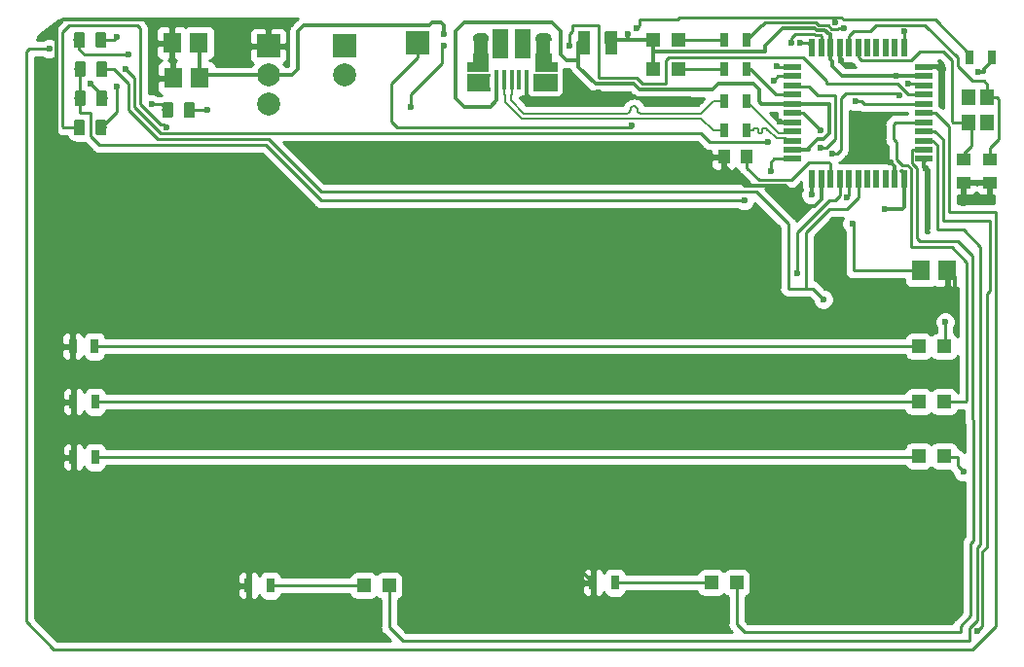
<source format=gbr>
G04 #@! TF.GenerationSoftware,KiCad,Pcbnew,(5.0.1-3-g963ef8bb5)*
G04 #@! TF.CreationDate,2019-04-11T07:51:52+01:00*
G04 #@! TF.ProjectId,invitation,696E7669746174696F6E2E6B69636164,rev?*
G04 #@! TF.SameCoordinates,Original*
G04 #@! TF.FileFunction,Copper,L2,Bot,Signal*
G04 #@! TF.FilePolarity,Positive*
%FSLAX46Y46*%
G04 Gerber Fmt 4.6, Leading zero omitted, Abs format (unit mm)*
G04 Created by KiCad (PCBNEW (5.0.1-3-g963ef8bb5)) date Thursday, 11 April 2019 at 07:51:52*
%MOMM*%
%LPD*%
G01*
G04 APERTURE LIST*
G04 #@! TA.AperFunction,EtchedComponent*
%ADD10C,0.000100*%
G04 #@! TD*
G04 #@! TA.AperFunction,SMDPad,CuDef*
%ADD11R,0.400000X1.750000*%
G04 #@! TD*
G04 #@! TA.AperFunction,SMDPad,CuDef*
%ADD12R,1.425000X2.500000*%
G04 #@! TD*
G04 #@! TA.AperFunction,ComponentPad*
%ADD13R,1.050000X1.050000*%
G04 #@! TD*
G04 #@! TA.AperFunction,ComponentPad*
%ADD14R,1.300000X1.300000*%
G04 #@! TD*
G04 #@! TA.AperFunction,SMDPad,CuDef*
%ADD15R,1.500000X0.550000*%
G04 #@! TD*
G04 #@! TA.AperFunction,SMDPad,CuDef*
%ADD16R,0.550000X1.500000*%
G04 #@! TD*
G04 #@! TA.AperFunction,SMDPad,CuDef*
%ADD17R,1.140000X2.030000*%
G04 #@! TD*
G04 #@! TA.AperFunction,SMDPad,CuDef*
%ADD18R,1.200000X1.400000*%
G04 #@! TD*
G04 #@! TA.AperFunction,SMDPad,CuDef*
%ADD19R,1.200000X1.200000*%
G04 #@! TD*
G04 #@! TA.AperFunction,SMDPad,CuDef*
%ADD20R,0.700000X1.300000*%
G04 #@! TD*
G04 #@! TA.AperFunction,SMDPad,CuDef*
%ADD21R,1.250000X1.000000*%
G04 #@! TD*
G04 #@! TA.AperFunction,SMDPad,CuDef*
%ADD22R,1.000000X1.250000*%
G04 #@! TD*
G04 #@! TA.AperFunction,SMDPad,CuDef*
%ADD23R,1.550000X1.800000*%
G04 #@! TD*
G04 #@! TA.AperFunction,ComponentPad*
%ADD24R,2.000000X2.000000*%
G04 #@! TD*
G04 #@! TA.AperFunction,ComponentPad*
%ADD25C,2.000000*%
G04 #@! TD*
G04 #@! TA.AperFunction,Conductor*
%ADD26C,0.100000*%
G04 #@! TD*
G04 #@! TA.AperFunction,SMDPad,CuDef*
%ADD27C,0.975000*%
G04 #@! TD*
G04 #@! TA.AperFunction,ViaPad*
%ADD28C,0.600000*%
G04 #@! TD*
G04 #@! TA.AperFunction,Conductor*
%ADD29C,0.300000*%
G04 #@! TD*
G04 #@! TA.AperFunction,Conductor*
%ADD30C,0.250000*%
G04 #@! TD*
G04 #@! TA.AperFunction,Conductor*
%ADD31C,0.200000*%
G04 #@! TD*
G04 #@! TA.AperFunction,Conductor*
%ADD32C,0.254000*%
G04 #@! TD*
G04 APERTURE END LIST*
D10*
G04 #@! TO.C,P1*
G36*
X160510000Y-77825000D02*
X160510000Y-78030000D01*
X158510000Y-78030000D01*
X158510000Y-76570000D01*
X160510000Y-76570000D01*
X160510000Y-76775000D01*
X159510000Y-76775000D01*
X159510000Y-77825000D01*
X160510000Y-77825000D01*
G37*
X160510000Y-77825000D02*
X160510000Y-78030000D01*
X158510000Y-78030000D01*
X158510000Y-76570000D01*
X160510000Y-76570000D01*
X160510000Y-76775000D01*
X159510000Y-76775000D01*
X159510000Y-77825000D01*
X160510000Y-77825000D01*
G36*
X164310000Y-77825000D02*
X164310000Y-78030000D01*
X166310000Y-78030000D01*
X166310000Y-76570000D01*
X164310000Y-76570000D01*
X164310000Y-76775000D01*
X165310000Y-76775000D01*
X165310000Y-77825000D01*
X164310000Y-77825000D01*
G37*
X164310000Y-77825000D02*
X164310000Y-78030000D01*
X166310000Y-78030000D01*
X166310000Y-76570000D01*
X164310000Y-76570000D01*
X164310000Y-76775000D01*
X165310000Y-76775000D01*
X165310000Y-77825000D01*
X164310000Y-77825000D01*
G36*
X158510000Y-76320000D02*
X158510000Y-75620000D01*
X159035000Y-75620000D01*
X159035000Y-74870000D01*
X160335000Y-74870000D01*
X160335000Y-76320000D01*
X158510000Y-76320000D01*
G37*
X158510000Y-76320000D02*
X158510000Y-75620000D01*
X159035000Y-75620000D01*
X159035000Y-74870000D01*
X160335000Y-74870000D01*
X160335000Y-76320000D01*
X158510000Y-76320000D01*
G36*
X159035000Y-73570000D02*
X159035000Y-73670000D01*
X160335000Y-73670000D01*
X160335000Y-73570000D01*
X160336750Y-73557549D01*
X160338770Y-73534492D01*
X160339580Y-73511361D01*
X160339170Y-73488219D01*
X160337560Y-73465130D01*
X160334740Y-73442157D01*
X160330720Y-73419363D01*
X160325510Y-73396811D01*
X160319130Y-73374563D01*
X160311600Y-73352678D01*
X160302930Y-73331218D01*
X160293150Y-73310241D01*
X160282280Y-73289805D01*
X160270360Y-73269970D01*
X160257420Y-73250780D01*
X160243490Y-73232290D01*
X160228610Y-73214560D01*
X160212820Y-73197630D01*
X160196180Y-73181560D01*
X160178710Y-73166370D01*
X160160470Y-73152120D01*
X160141510Y-73138850D01*
X160121880Y-73126580D01*
X160101640Y-73115360D01*
X160080840Y-73105210D01*
X160059530Y-73096170D01*
X160037780Y-73088250D01*
X160015650Y-73081490D01*
X159993190Y-73075890D01*
X159970470Y-73071470D01*
X159960000Y-73070000D01*
X159460000Y-73070000D01*
X159444960Y-73071310D01*
X159420890Y-73074690D01*
X159397040Y-73079330D01*
X159373460Y-73085200D01*
X159350220Y-73092310D01*
X159327380Y-73100620D01*
X159305010Y-73110120D01*
X159283170Y-73120770D01*
X159261910Y-73132550D01*
X159241310Y-73145430D01*
X159221400Y-73159370D01*
X159202250Y-73174330D01*
X159183910Y-73190270D01*
X159166430Y-73207150D01*
X159149850Y-73224930D01*
X159134230Y-73243540D01*
X159119610Y-73262950D01*
X159106020Y-73283096D01*
X159093500Y-73303926D01*
X159082090Y-73325383D01*
X159071820Y-73347407D01*
X159062720Y-73369939D01*
X159054810Y-73392917D01*
X159048110Y-73416277D01*
X159042640Y-73439955D01*
X159038420Y-73463888D01*
X159035460Y-73488008D01*
X159033770Y-73512250D01*
X159033340Y-73536548D01*
X159034190Y-73560835D01*
X159035000Y-73570000D01*
G37*
X159035000Y-73570000D02*
X159035000Y-73670000D01*
X160335000Y-73670000D01*
X160335000Y-73570000D01*
X160336750Y-73557549D01*
X160338770Y-73534492D01*
X160339580Y-73511361D01*
X160339170Y-73488219D01*
X160337560Y-73465130D01*
X160334740Y-73442157D01*
X160330720Y-73419363D01*
X160325510Y-73396811D01*
X160319130Y-73374563D01*
X160311600Y-73352678D01*
X160302930Y-73331218D01*
X160293150Y-73310241D01*
X160282280Y-73289805D01*
X160270360Y-73269970D01*
X160257420Y-73250780D01*
X160243490Y-73232290D01*
X160228610Y-73214560D01*
X160212820Y-73197630D01*
X160196180Y-73181560D01*
X160178710Y-73166370D01*
X160160470Y-73152120D01*
X160141510Y-73138850D01*
X160121880Y-73126580D01*
X160101640Y-73115360D01*
X160080840Y-73105210D01*
X160059530Y-73096170D01*
X160037780Y-73088250D01*
X160015650Y-73081490D01*
X159993190Y-73075890D01*
X159970470Y-73071470D01*
X159960000Y-73070000D01*
X159460000Y-73070000D01*
X159444960Y-73071310D01*
X159420890Y-73074690D01*
X159397040Y-73079330D01*
X159373460Y-73085200D01*
X159350220Y-73092310D01*
X159327380Y-73100620D01*
X159305010Y-73110120D01*
X159283170Y-73120770D01*
X159261910Y-73132550D01*
X159241310Y-73145430D01*
X159221400Y-73159370D01*
X159202250Y-73174330D01*
X159183910Y-73190270D01*
X159166430Y-73207150D01*
X159149850Y-73224930D01*
X159134230Y-73243540D01*
X159119610Y-73262950D01*
X159106020Y-73283096D01*
X159093500Y-73303926D01*
X159082090Y-73325383D01*
X159071820Y-73347407D01*
X159062720Y-73369939D01*
X159054810Y-73392917D01*
X159048110Y-73416277D01*
X159042640Y-73439955D01*
X159038420Y-73463888D01*
X159035460Y-73488008D01*
X159033770Y-73512250D01*
X159033340Y-73536548D01*
X159034190Y-73560835D01*
X159035000Y-73570000D01*
G36*
X166310000Y-76320000D02*
X166310000Y-75620000D01*
X165785000Y-75620000D01*
X165785000Y-74870000D01*
X164485000Y-74870000D01*
X164485000Y-76320000D01*
X166310000Y-76320000D01*
G37*
X166310000Y-76320000D02*
X166310000Y-75620000D01*
X165785000Y-75620000D01*
X165785000Y-74870000D01*
X164485000Y-74870000D01*
X164485000Y-76320000D01*
X166310000Y-76320000D01*
G36*
X165785000Y-73570000D02*
X165785000Y-73670000D01*
X164485000Y-73670000D01*
X164485000Y-73570000D01*
X164483250Y-73557549D01*
X164481230Y-73534492D01*
X164480420Y-73511361D01*
X164480830Y-73488219D01*
X164482440Y-73465130D01*
X164485260Y-73442157D01*
X164489280Y-73419363D01*
X164494490Y-73396811D01*
X164500870Y-73374563D01*
X164508400Y-73352678D01*
X164517070Y-73331218D01*
X164526850Y-73310241D01*
X164537720Y-73289805D01*
X164549640Y-73269970D01*
X164562580Y-73250780D01*
X164576510Y-73232290D01*
X164591390Y-73214560D01*
X164607180Y-73197630D01*
X164623820Y-73181560D01*
X164641290Y-73166370D01*
X164659530Y-73152120D01*
X164678490Y-73138850D01*
X164698120Y-73126580D01*
X164718360Y-73115360D01*
X164739160Y-73105210D01*
X164760470Y-73096170D01*
X164782220Y-73088250D01*
X164804350Y-73081490D01*
X164826810Y-73075890D01*
X164849530Y-73071470D01*
X164860000Y-73070000D01*
X165360000Y-73070000D01*
X165375040Y-73071310D01*
X165399110Y-73074690D01*
X165422960Y-73079330D01*
X165446540Y-73085200D01*
X165469780Y-73092310D01*
X165492620Y-73100620D01*
X165514990Y-73110120D01*
X165536830Y-73120770D01*
X165558090Y-73132550D01*
X165578690Y-73145430D01*
X165598600Y-73159370D01*
X165617750Y-73174330D01*
X165636090Y-73190270D01*
X165653570Y-73207150D01*
X165670150Y-73224930D01*
X165685770Y-73243540D01*
X165700390Y-73262950D01*
X165713980Y-73283096D01*
X165726500Y-73303926D01*
X165737910Y-73325383D01*
X165748180Y-73347407D01*
X165757280Y-73369939D01*
X165765190Y-73392917D01*
X165771890Y-73416277D01*
X165777360Y-73439955D01*
X165781580Y-73463888D01*
X165784540Y-73488008D01*
X165786230Y-73512250D01*
X165786660Y-73536548D01*
X165785810Y-73560835D01*
X165785000Y-73570000D01*
G37*
X165785000Y-73570000D02*
X165785000Y-73670000D01*
X164485000Y-73670000D01*
X164485000Y-73570000D01*
X164483250Y-73557549D01*
X164481230Y-73534492D01*
X164480420Y-73511361D01*
X164480830Y-73488219D01*
X164482440Y-73465130D01*
X164485260Y-73442157D01*
X164489280Y-73419363D01*
X164494490Y-73396811D01*
X164500870Y-73374563D01*
X164508400Y-73352678D01*
X164517070Y-73331218D01*
X164526850Y-73310241D01*
X164537720Y-73289805D01*
X164549640Y-73269970D01*
X164562580Y-73250780D01*
X164576510Y-73232290D01*
X164591390Y-73214560D01*
X164607180Y-73197630D01*
X164623820Y-73181560D01*
X164641290Y-73166370D01*
X164659530Y-73152120D01*
X164678490Y-73138850D01*
X164698120Y-73126580D01*
X164718360Y-73115360D01*
X164739160Y-73105210D01*
X164760470Y-73096170D01*
X164782220Y-73088250D01*
X164804350Y-73081490D01*
X164826810Y-73075890D01*
X164849530Y-73071470D01*
X164860000Y-73070000D01*
X165360000Y-73070000D01*
X165375040Y-73071310D01*
X165399110Y-73074690D01*
X165422960Y-73079330D01*
X165446540Y-73085200D01*
X165469780Y-73092310D01*
X165492620Y-73100620D01*
X165514990Y-73110120D01*
X165536830Y-73120770D01*
X165558090Y-73132550D01*
X165578690Y-73145430D01*
X165598600Y-73159370D01*
X165617750Y-73174330D01*
X165636090Y-73190270D01*
X165653570Y-73207150D01*
X165670150Y-73224930D01*
X165685770Y-73243540D01*
X165700390Y-73262950D01*
X165713980Y-73283096D01*
X165726500Y-73303926D01*
X165737910Y-73325383D01*
X165748180Y-73347407D01*
X165757280Y-73369939D01*
X165765190Y-73392917D01*
X165771890Y-73416277D01*
X165777360Y-73439955D01*
X165781580Y-73463888D01*
X165784540Y-73488008D01*
X165786230Y-73512250D01*
X165786660Y-73536548D01*
X165785810Y-73560835D01*
X165785000Y-73570000D01*
G04 #@! TD*
D11*
G04 #@! TO.P,P1,1*
G04 #@! TO.N,USBVCC*
X161110000Y-77095000D03*
G04 #@! TO.P,P1,2*
G04 #@! TO.N,/Data-*
X161760000Y-77095000D03*
G04 #@! TO.P,P1,3*
G04 #@! TO.N,/Data+*
X162410000Y-77095000D03*
G04 #@! TO.P,P1,4*
G04 #@! TO.N,Net-(P1-Pad4)*
X163060000Y-77095000D03*
G04 #@! TO.P,P1,5*
G04 #@! TO.N,GND*
X163710000Y-77095000D03*
D12*
G04 #@! TO.P,P1,S1*
G04 #@! TO.N,N/C*
X161447500Y-74020000D03*
G04 #@! TO.P,P1,S2*
X163372500Y-74020000D03*
D13*
G04 #@! TO.P,P1,S3*
X159985000Y-77300000D03*
G04 #@! TO.P,P1,S4*
X164835000Y-77300000D03*
D14*
G04 #@! TO.P,P1,S5*
X159685000Y-74270000D03*
G04 #@! TO.P,P1,S6*
X165135000Y-74270000D03*
G04 #@! TD*
D15*
G04 #@! TO.P,U1,1*
G04 #@! TO.N,rightArrBtn*
X186832000Y-84010000D03*
G04 #@! TO.P,U1,2*
G04 #@! TO.N,USBVCC*
X186832000Y-83210000D03*
G04 #@! TO.P,U1,3*
G04 #@! TO.N,D-*
X186832000Y-82410000D03*
G04 #@! TO.P,U1,4*
G04 #@! TO.N,D+*
X186832000Y-81610000D03*
G04 #@! TO.P,U1,5*
G04 #@! TO.N,GND*
X186832000Y-80810000D03*
G04 #@! TO.P,U1,6*
G04 #@! TO.N,Net-(C0-Pad1)*
X186832000Y-80010000D03*
G04 #@! TO.P,U1,7*
G04 #@! TO.N,USBVCC*
X186832000Y-79210000D03*
G04 #@! TO.P,U1,8*
G04 #@! TO.N,RXLED*
X186832000Y-78410000D03*
G04 #@! TO.P,U1,9*
G04 #@! TO.N,SCLK*
X186832000Y-77610000D03*
G04 #@! TO.P,U1,10*
G04 #@! TO.N,MOSI*
X186832000Y-76810000D03*
G04 #@! TO.P,U1,11*
G04 #@! TO.N,MISO*
X186832000Y-76010000D03*
D16*
G04 #@! TO.P,U1,12*
G04 #@! TO.N,powerLED*
X188532000Y-74310000D03*
G04 #@! TO.P,U1,13*
G04 #@! TO.N,RESET*
X189332000Y-74310000D03*
G04 #@! TO.P,U1,14*
G04 #@! TO.N,VCC*
X190132000Y-74310000D03*
G04 #@! TO.P,U1,15*
G04 #@! TO.N,GND*
X190932000Y-74310000D03*
G04 #@! TO.P,U1,16*
G04 #@! TO.N,XTal2*
X191732000Y-74310000D03*
G04 #@! TO.P,U1,17*
G04 #@! TO.N,XTal1*
X192532000Y-74310000D03*
G04 #@! TO.P,U1,18*
G04 #@! TO.N,Net-(U1-Pad18)*
X193332000Y-74310000D03*
G04 #@! TO.P,U1,19*
G04 #@! TO.N,Net-(U1-Pad19)*
X194132000Y-74310000D03*
G04 #@! TO.P,U1,20*
G04 #@! TO.N,Net-(U1-Pad20)*
X194932000Y-74310000D03*
G04 #@! TO.P,U1,21*
G04 #@! TO.N,Net-(U1-Pad21)*
X195732000Y-74310000D03*
G04 #@! TO.P,U1,22*
G04 #@! TO.N,TXLED*
X196532000Y-74310000D03*
D15*
G04 #@! TO.P,U1,23*
G04 #@! TO.N,GND*
X198232000Y-76010000D03*
G04 #@! TO.P,U1,24*
G04 #@! TO.N,VCC*
X198232000Y-76810000D03*
G04 #@! TO.P,U1,25*
G04 #@! TO.N,downArrBtn*
X198232000Y-77610000D03*
G04 #@! TO.P,U1,26*
G04 #@! TO.N,upArrSens*
X198232000Y-78410000D03*
G04 #@! TO.P,U1,27*
G04 #@! TO.N,downArrSens*
X198232000Y-79210000D03*
G04 #@! TO.P,U1,28*
G04 #@! TO.N,homeBtn*
X198232000Y-80010000D03*
G04 #@! TO.P,U1,29*
G04 #@! TO.N,nodeLED*
X198232000Y-80810000D03*
G04 #@! TO.P,U1,30*
G04 #@! TO.N,interactLED*
X198232000Y-81610000D03*
G04 #@! TO.P,U1,31*
G04 #@! TO.N,phoneLED*
X198232000Y-82410000D03*
G04 #@! TO.P,U1,32*
G04 #@! TO.N,emailLED*
X198232000Y-83210000D03*
G04 #@! TO.P,U1,33*
G04 #@! TO.N,GND*
X198232000Y-84010000D03*
D16*
G04 #@! TO.P,U1,34*
G04 #@! TO.N,VCC*
X196532000Y-85710000D03*
G04 #@! TO.P,U1,35*
G04 #@! TO.N,GND*
X195732000Y-85710000D03*
G04 #@! TO.P,U1,36*
G04 #@! TO.N,Net-(U1-Pad36)*
X194932000Y-85710000D03*
G04 #@! TO.P,U1,37*
G04 #@! TO.N,Net-(U1-Pad37)*
X194132000Y-85710000D03*
G04 #@! TO.P,U1,38*
G04 #@! TO.N,Net-(U1-Pad38)*
X193332000Y-85710000D03*
G04 #@! TO.P,U1,39*
G04 #@! TO.N,rightArrSens*
X192532000Y-85710000D03*
G04 #@! TO.P,U1,40*
G04 #@! TO.N,leftArrSens*
X191732000Y-85710000D03*
G04 #@! TO.P,U1,41*
G04 #@! TO.N,homeSens*
X190932000Y-85710000D03*
G04 #@! TO.P,U1,42*
G04 #@! TO.N,Net-(C3-Pad1)*
X190132000Y-85710000D03*
G04 #@! TO.P,U1,43*
G04 #@! TO.N,GND*
X189332000Y-85710000D03*
G04 #@! TO.P,U1,44*
G04 #@! TO.N,VCC*
X188532000Y-85710000D03*
G04 #@! TD*
D17*
G04 #@! TO.P,F1,1*
G04 #@! TO.N,USBVCC*
X168656000Y-73914000D03*
G04 #@! TO.P,F1,2*
G04 #@! TO.N,VCC*
X171056000Y-73914000D03*
G04 #@! TD*
D18*
G04 #@! TO.P,Y1,1*
G04 #@! TO.N,XTal1*
X202146000Y-80856000D03*
G04 #@! TO.P,Y1,3*
G04 #@! TO.N,N/C*
X202146000Y-78656000D03*
X203746000Y-80856000D03*
G04 #@! TO.P,Y1,2*
G04 #@! TO.N,XTal2*
X203746000Y-78656000D03*
G04 #@! TD*
D19*
G04 #@! TO.P,D1,2*
G04 #@! TO.N,powerLED*
X200010000Y-100320000D03*
G04 #@! TO.P,D1,1*
G04 #@! TO.N,Net-(D1-Pad1)*
X197810000Y-100320000D03*
G04 #@! TD*
G04 #@! TO.P,D2,2*
G04 #@! TO.N,nodeLED*
X199982000Y-105156000D03*
G04 #@! TO.P,D2,1*
G04 #@! TO.N,Net-(D2-Pad1)*
X197782000Y-105156000D03*
G04 #@! TD*
G04 #@! TO.P,D3,2*
G04 #@! TO.N,interactLED*
X200020000Y-109870000D03*
G04 #@! TO.P,D3,1*
G04 #@! TO.N,Net-(D3-Pad1)*
X197820000Y-109870000D03*
G04 #@! TD*
G04 #@! TO.P,D4,2*
G04 #@! TO.N,emailLED*
X181948000Y-120904000D03*
G04 #@! TO.P,D4,1*
G04 #@! TO.N,Net-(D4-Pad1)*
X179748000Y-120904000D03*
G04 #@! TD*
G04 #@! TO.P,D5,2*
G04 #@! TO.N,phoneLED*
X151722000Y-121158000D03*
G04 #@! TO.P,D5,1*
G04 #@! TO.N,Net-(D5-Pad1)*
X149522000Y-121158000D03*
G04 #@! TD*
D20*
G04 #@! TO.P,R1,1*
G04 #@! TO.N,Net-(D1-Pad1)*
X126106000Y-100330000D03*
G04 #@! TO.P,R1,2*
G04 #@! TO.N,GND*
X124206000Y-100330000D03*
G04 #@! TD*
G04 #@! TO.P,R2,1*
G04 #@! TO.N,Net-(D2-Pad1)*
X126172000Y-105156000D03*
G04 #@! TO.P,R2,2*
G04 #@! TO.N,GND*
X124272000Y-105156000D03*
G04 #@! TD*
G04 #@! TO.P,R3,1*
G04 #@! TO.N,Net-(D3-Pad1)*
X126172000Y-109982000D03*
G04 #@! TO.P,R3,2*
G04 #@! TO.N,GND*
X124272000Y-109982000D03*
G04 #@! TD*
G04 #@! TO.P,R4,1*
G04 #@! TO.N,Net-(D4-Pad1)*
X171384000Y-120904000D03*
G04 #@! TO.P,R4,2*
G04 #@! TO.N,GND*
X169484000Y-120904000D03*
G04 #@! TD*
G04 #@! TO.P,R5,1*
G04 #@! TO.N,Net-(D5-Pad1)*
X141412000Y-121158000D03*
G04 #@! TO.P,R5,2*
G04 #@! TO.N,GND*
X139512000Y-121158000D03*
G04 #@! TD*
G04 #@! TO.P,R8,1*
G04 #@! TO.N,D+*
X182814000Y-78994000D03*
G04 #@! TO.P,R8,2*
G04 #@! TO.N,/Data+*
X180914000Y-78994000D03*
G04 #@! TD*
G04 #@! TO.P,R9,1*
G04 #@! TO.N,D-*
X182814000Y-81534000D03*
G04 #@! TO.P,R9,2*
G04 #@! TO.N,/Data-*
X180914000Y-81534000D03*
G04 #@! TD*
G04 #@! TO.P,R10,1*
G04 #@! TO.N,RESET*
X202250000Y-75184000D03*
G04 #@! TO.P,R10,2*
G04 #@! TO.N,VCC*
X204150000Y-75184000D03*
G04 #@! TD*
D21*
G04 #@! TO.P,C1,1*
G04 #@! TO.N,XTal2*
X203962000Y-84090000D03*
G04 #@! TO.P,C1,2*
G04 #@! TO.N,GND*
X203962000Y-86090000D03*
G04 #@! TD*
G04 #@! TO.P,C2,1*
G04 #@! TO.N,XTal1*
X201676000Y-84090000D03*
G04 #@! TO.P,C2,2*
G04 #@! TO.N,GND*
X201676000Y-86090000D03*
G04 #@! TD*
D22*
G04 #@! TO.P,C3,1*
G04 #@! TO.N,Net-(C3-Pad1)*
X182864000Y-83820000D03*
G04 #@! TO.P,C3,2*
G04 #@! TO.N,GND*
X180864000Y-83820000D03*
G04 #@! TD*
D23*
G04 #@! TO.P,C4,1*
G04 #@! TO.N,VCC*
X135192000Y-73914000D03*
G04 #@! TO.P,C4,2*
G04 #@! TO.N,GND*
X132842000Y-73914000D03*
G04 #@! TD*
G04 #@! TO.P,C5,1*
G04 #@! TO.N,VCC*
X135287000Y-76962000D03*
G04 #@! TO.P,C5,2*
G04 #@! TO.N,GND*
X132937000Y-76962000D03*
G04 #@! TD*
D24*
G04 #@! TO.P,P3,1*
G04 #@! TO.N,GND*
X141224000Y-74168000D03*
D25*
G04 #@! TO.P,P3,2*
G04 #@! TO.N,VCC*
X141224000Y-76708000D03*
G04 #@! TO.P,P3,3*
G04 #@! TO.N,SCLK*
X141224000Y-79248000D03*
G04 #@! TD*
D24*
G04 #@! TO.P,P8,1*
G04 #@! TO.N,RESET*
X154178000Y-73914000D03*
G04 #@! TD*
G04 #@! TO.P,P9,1*
G04 #@! TO.N,MOSI*
X147828000Y-74168000D03*
D25*
G04 #@! TO.P,P9,2*
G04 #@! TO.N,MISO*
X147828000Y-76708000D03*
G04 #@! TD*
D23*
G04 #@! TO.P,C0,1*
G04 #@! TO.N,Net-(C0-Pad1)*
X197961000Y-93726000D03*
G04 #@! TO.P,C0,2*
G04 #@! TO.N,GND*
X200311000Y-93726000D03*
G04 #@! TD*
D19*
G04 #@! TO.P,D6,2*
G04 #@! TO.N,VCC*
X174668000Y-73660000D03*
G04 #@! TO.P,D6,1*
G04 #@! TO.N,Net-(D6-Pad1)*
X176868000Y-73660000D03*
G04 #@! TD*
G04 #@! TO.P,D7,2*
G04 #@! TO.N,VCC*
X174668000Y-76200000D03*
G04 #@! TO.P,D7,1*
G04 #@! TO.N,Net-(D7-Pad1)*
X176868000Y-76200000D03*
G04 #@! TD*
D20*
G04 #@! TO.P,R6,1*
G04 #@! TO.N,TXLED*
X182814000Y-73660000D03*
G04 #@! TO.P,R6,2*
G04 #@! TO.N,Net-(D6-Pad1)*
X180914000Y-73660000D03*
G04 #@! TD*
G04 #@! TO.P,R7,1*
G04 #@! TO.N,RXLED*
X182814000Y-76200000D03*
G04 #@! TO.P,R7,2*
G04 #@! TO.N,Net-(D7-Pad1)*
X180914000Y-76200000D03*
G04 #@! TD*
D26*
G04 #@! TO.N,homeSens*
G04 #@! TO.C,R11*
G36*
X134633642Y-79057174D02*
X134657303Y-79060684D01*
X134680507Y-79066496D01*
X134703029Y-79074554D01*
X134724653Y-79084782D01*
X134745170Y-79097079D01*
X134764383Y-79111329D01*
X134782107Y-79127393D01*
X134798171Y-79145117D01*
X134812421Y-79164330D01*
X134824718Y-79184847D01*
X134834946Y-79206471D01*
X134843004Y-79228993D01*
X134848816Y-79252197D01*
X134852326Y-79275858D01*
X134853500Y-79299750D01*
X134853500Y-80212250D01*
X134852326Y-80236142D01*
X134848816Y-80259803D01*
X134843004Y-80283007D01*
X134834946Y-80305529D01*
X134824718Y-80327153D01*
X134812421Y-80347670D01*
X134798171Y-80366883D01*
X134782107Y-80384607D01*
X134764383Y-80400671D01*
X134745170Y-80414921D01*
X134724653Y-80427218D01*
X134703029Y-80437446D01*
X134680507Y-80445504D01*
X134657303Y-80451316D01*
X134633642Y-80454826D01*
X134609750Y-80456000D01*
X134122250Y-80456000D01*
X134098358Y-80454826D01*
X134074697Y-80451316D01*
X134051493Y-80445504D01*
X134028971Y-80437446D01*
X134007347Y-80427218D01*
X133986830Y-80414921D01*
X133967617Y-80400671D01*
X133949893Y-80384607D01*
X133933829Y-80366883D01*
X133919579Y-80347670D01*
X133907282Y-80327153D01*
X133897054Y-80305529D01*
X133888996Y-80283007D01*
X133883184Y-80259803D01*
X133879674Y-80236142D01*
X133878500Y-80212250D01*
X133878500Y-79299750D01*
X133879674Y-79275858D01*
X133883184Y-79252197D01*
X133888996Y-79228993D01*
X133897054Y-79206471D01*
X133907282Y-79184847D01*
X133919579Y-79164330D01*
X133933829Y-79145117D01*
X133949893Y-79127393D01*
X133967617Y-79111329D01*
X133986830Y-79097079D01*
X134007347Y-79084782D01*
X134028971Y-79074554D01*
X134051493Y-79066496D01*
X134074697Y-79060684D01*
X134098358Y-79057174D01*
X134122250Y-79056000D01*
X134609750Y-79056000D01*
X134633642Y-79057174D01*
X134633642Y-79057174D01*
G37*
D27*
G04 #@! TD*
G04 #@! TO.P,R11,1*
G04 #@! TO.N,homeSens*
X134366000Y-79756000D03*
D26*
G04 #@! TO.N,homeBtn*
G04 #@! TO.C,R11*
G36*
X132758642Y-79057174D02*
X132782303Y-79060684D01*
X132805507Y-79066496D01*
X132828029Y-79074554D01*
X132849653Y-79084782D01*
X132870170Y-79097079D01*
X132889383Y-79111329D01*
X132907107Y-79127393D01*
X132923171Y-79145117D01*
X132937421Y-79164330D01*
X132949718Y-79184847D01*
X132959946Y-79206471D01*
X132968004Y-79228993D01*
X132973816Y-79252197D01*
X132977326Y-79275858D01*
X132978500Y-79299750D01*
X132978500Y-80212250D01*
X132977326Y-80236142D01*
X132973816Y-80259803D01*
X132968004Y-80283007D01*
X132959946Y-80305529D01*
X132949718Y-80327153D01*
X132937421Y-80347670D01*
X132923171Y-80366883D01*
X132907107Y-80384607D01*
X132889383Y-80400671D01*
X132870170Y-80414921D01*
X132849653Y-80427218D01*
X132828029Y-80437446D01*
X132805507Y-80445504D01*
X132782303Y-80451316D01*
X132758642Y-80454826D01*
X132734750Y-80456000D01*
X132247250Y-80456000D01*
X132223358Y-80454826D01*
X132199697Y-80451316D01*
X132176493Y-80445504D01*
X132153971Y-80437446D01*
X132132347Y-80427218D01*
X132111830Y-80414921D01*
X132092617Y-80400671D01*
X132074893Y-80384607D01*
X132058829Y-80366883D01*
X132044579Y-80347670D01*
X132032282Y-80327153D01*
X132022054Y-80305529D01*
X132013996Y-80283007D01*
X132008184Y-80259803D01*
X132004674Y-80236142D01*
X132003500Y-80212250D01*
X132003500Y-79299750D01*
X132004674Y-79275858D01*
X132008184Y-79252197D01*
X132013996Y-79228993D01*
X132022054Y-79206471D01*
X132032282Y-79184847D01*
X132044579Y-79164330D01*
X132058829Y-79145117D01*
X132074893Y-79127393D01*
X132092617Y-79111329D01*
X132111830Y-79097079D01*
X132132347Y-79084782D01*
X132153971Y-79074554D01*
X132176493Y-79066496D01*
X132199697Y-79060684D01*
X132223358Y-79057174D01*
X132247250Y-79056000D01*
X132734750Y-79056000D01*
X132758642Y-79057174D01*
X132758642Y-79057174D01*
G37*
D27*
G04 #@! TD*
G04 #@! TO.P,R11,2*
G04 #@! TO.N,homeBtn*
X132491000Y-79756000D03*
D26*
G04 #@! TO.N,homeBtn*
G04 #@! TO.C,R12*
G36*
X125060142Y-72961174D02*
X125083803Y-72964684D01*
X125107007Y-72970496D01*
X125129529Y-72978554D01*
X125151153Y-72988782D01*
X125171670Y-73001079D01*
X125190883Y-73015329D01*
X125208607Y-73031393D01*
X125224671Y-73049117D01*
X125238921Y-73068330D01*
X125251218Y-73088847D01*
X125261446Y-73110471D01*
X125269504Y-73132993D01*
X125275316Y-73156197D01*
X125278826Y-73179858D01*
X125280000Y-73203750D01*
X125280000Y-74116250D01*
X125278826Y-74140142D01*
X125275316Y-74163803D01*
X125269504Y-74187007D01*
X125261446Y-74209529D01*
X125251218Y-74231153D01*
X125238921Y-74251670D01*
X125224671Y-74270883D01*
X125208607Y-74288607D01*
X125190883Y-74304671D01*
X125171670Y-74318921D01*
X125151153Y-74331218D01*
X125129529Y-74341446D01*
X125107007Y-74349504D01*
X125083803Y-74355316D01*
X125060142Y-74358826D01*
X125036250Y-74360000D01*
X124548750Y-74360000D01*
X124524858Y-74358826D01*
X124501197Y-74355316D01*
X124477993Y-74349504D01*
X124455471Y-74341446D01*
X124433847Y-74331218D01*
X124413330Y-74318921D01*
X124394117Y-74304671D01*
X124376393Y-74288607D01*
X124360329Y-74270883D01*
X124346079Y-74251670D01*
X124333782Y-74231153D01*
X124323554Y-74209529D01*
X124315496Y-74187007D01*
X124309684Y-74163803D01*
X124306174Y-74140142D01*
X124305000Y-74116250D01*
X124305000Y-73203750D01*
X124306174Y-73179858D01*
X124309684Y-73156197D01*
X124315496Y-73132993D01*
X124323554Y-73110471D01*
X124333782Y-73088847D01*
X124346079Y-73068330D01*
X124360329Y-73049117D01*
X124376393Y-73031393D01*
X124394117Y-73015329D01*
X124413330Y-73001079D01*
X124433847Y-72988782D01*
X124455471Y-72978554D01*
X124477993Y-72970496D01*
X124501197Y-72964684D01*
X124524858Y-72961174D01*
X124548750Y-72960000D01*
X125036250Y-72960000D01*
X125060142Y-72961174D01*
X125060142Y-72961174D01*
G37*
D27*
G04 #@! TD*
G04 #@! TO.P,R12,2*
G04 #@! TO.N,homeBtn*
X124792500Y-73660000D03*
D26*
G04 #@! TO.N,leftArrSens*
G04 #@! TO.C,R12*
G36*
X126935142Y-72961174D02*
X126958803Y-72964684D01*
X126982007Y-72970496D01*
X127004529Y-72978554D01*
X127026153Y-72988782D01*
X127046670Y-73001079D01*
X127065883Y-73015329D01*
X127083607Y-73031393D01*
X127099671Y-73049117D01*
X127113921Y-73068330D01*
X127126218Y-73088847D01*
X127136446Y-73110471D01*
X127144504Y-73132993D01*
X127150316Y-73156197D01*
X127153826Y-73179858D01*
X127155000Y-73203750D01*
X127155000Y-74116250D01*
X127153826Y-74140142D01*
X127150316Y-74163803D01*
X127144504Y-74187007D01*
X127136446Y-74209529D01*
X127126218Y-74231153D01*
X127113921Y-74251670D01*
X127099671Y-74270883D01*
X127083607Y-74288607D01*
X127065883Y-74304671D01*
X127046670Y-74318921D01*
X127026153Y-74331218D01*
X127004529Y-74341446D01*
X126982007Y-74349504D01*
X126958803Y-74355316D01*
X126935142Y-74358826D01*
X126911250Y-74360000D01*
X126423750Y-74360000D01*
X126399858Y-74358826D01*
X126376197Y-74355316D01*
X126352993Y-74349504D01*
X126330471Y-74341446D01*
X126308847Y-74331218D01*
X126288330Y-74318921D01*
X126269117Y-74304671D01*
X126251393Y-74288607D01*
X126235329Y-74270883D01*
X126221079Y-74251670D01*
X126208782Y-74231153D01*
X126198554Y-74209529D01*
X126190496Y-74187007D01*
X126184684Y-74163803D01*
X126181174Y-74140142D01*
X126180000Y-74116250D01*
X126180000Y-73203750D01*
X126181174Y-73179858D01*
X126184684Y-73156197D01*
X126190496Y-73132993D01*
X126198554Y-73110471D01*
X126208782Y-73088847D01*
X126221079Y-73068330D01*
X126235329Y-73049117D01*
X126251393Y-73031393D01*
X126269117Y-73015329D01*
X126288330Y-73001079D01*
X126308847Y-72988782D01*
X126330471Y-72978554D01*
X126352993Y-72970496D01*
X126376197Y-72964684D01*
X126399858Y-72961174D01*
X126423750Y-72960000D01*
X126911250Y-72960000D01*
X126935142Y-72961174D01*
X126935142Y-72961174D01*
G37*
D27*
G04 #@! TD*
G04 #@! TO.P,R12,1*
G04 #@! TO.N,leftArrSens*
X126667500Y-73660000D03*
D26*
G04 #@! TO.N,rightArrSens*
G04 #@! TO.C,R13*
G36*
X127013642Y-75501174D02*
X127037303Y-75504684D01*
X127060507Y-75510496D01*
X127083029Y-75518554D01*
X127104653Y-75528782D01*
X127125170Y-75541079D01*
X127144383Y-75555329D01*
X127162107Y-75571393D01*
X127178171Y-75589117D01*
X127192421Y-75608330D01*
X127204718Y-75628847D01*
X127214946Y-75650471D01*
X127223004Y-75672993D01*
X127228816Y-75696197D01*
X127232326Y-75719858D01*
X127233500Y-75743750D01*
X127233500Y-76656250D01*
X127232326Y-76680142D01*
X127228816Y-76703803D01*
X127223004Y-76727007D01*
X127214946Y-76749529D01*
X127204718Y-76771153D01*
X127192421Y-76791670D01*
X127178171Y-76810883D01*
X127162107Y-76828607D01*
X127144383Y-76844671D01*
X127125170Y-76858921D01*
X127104653Y-76871218D01*
X127083029Y-76881446D01*
X127060507Y-76889504D01*
X127037303Y-76895316D01*
X127013642Y-76898826D01*
X126989750Y-76900000D01*
X126502250Y-76900000D01*
X126478358Y-76898826D01*
X126454697Y-76895316D01*
X126431493Y-76889504D01*
X126408971Y-76881446D01*
X126387347Y-76871218D01*
X126366830Y-76858921D01*
X126347617Y-76844671D01*
X126329893Y-76828607D01*
X126313829Y-76810883D01*
X126299579Y-76791670D01*
X126287282Y-76771153D01*
X126277054Y-76749529D01*
X126268996Y-76727007D01*
X126263184Y-76703803D01*
X126259674Y-76680142D01*
X126258500Y-76656250D01*
X126258500Y-75743750D01*
X126259674Y-75719858D01*
X126263184Y-75696197D01*
X126268996Y-75672993D01*
X126277054Y-75650471D01*
X126287282Y-75628847D01*
X126299579Y-75608330D01*
X126313829Y-75589117D01*
X126329893Y-75571393D01*
X126347617Y-75555329D01*
X126366830Y-75541079D01*
X126387347Y-75528782D01*
X126408971Y-75518554D01*
X126431493Y-75510496D01*
X126454697Y-75504684D01*
X126478358Y-75501174D01*
X126502250Y-75500000D01*
X126989750Y-75500000D01*
X127013642Y-75501174D01*
X127013642Y-75501174D01*
G37*
D27*
G04 #@! TD*
G04 #@! TO.P,R13,1*
G04 #@! TO.N,rightArrSens*
X126746000Y-76200000D03*
D26*
G04 #@! TO.N,rightArrBtn*
G04 #@! TO.C,R13*
G36*
X125138642Y-75501174D02*
X125162303Y-75504684D01*
X125185507Y-75510496D01*
X125208029Y-75518554D01*
X125229653Y-75528782D01*
X125250170Y-75541079D01*
X125269383Y-75555329D01*
X125287107Y-75571393D01*
X125303171Y-75589117D01*
X125317421Y-75608330D01*
X125329718Y-75628847D01*
X125339946Y-75650471D01*
X125348004Y-75672993D01*
X125353816Y-75696197D01*
X125357326Y-75719858D01*
X125358500Y-75743750D01*
X125358500Y-76656250D01*
X125357326Y-76680142D01*
X125353816Y-76703803D01*
X125348004Y-76727007D01*
X125339946Y-76749529D01*
X125329718Y-76771153D01*
X125317421Y-76791670D01*
X125303171Y-76810883D01*
X125287107Y-76828607D01*
X125269383Y-76844671D01*
X125250170Y-76858921D01*
X125229653Y-76871218D01*
X125208029Y-76881446D01*
X125185507Y-76889504D01*
X125162303Y-76895316D01*
X125138642Y-76898826D01*
X125114750Y-76900000D01*
X124627250Y-76900000D01*
X124603358Y-76898826D01*
X124579697Y-76895316D01*
X124556493Y-76889504D01*
X124533971Y-76881446D01*
X124512347Y-76871218D01*
X124491830Y-76858921D01*
X124472617Y-76844671D01*
X124454893Y-76828607D01*
X124438829Y-76810883D01*
X124424579Y-76791670D01*
X124412282Y-76771153D01*
X124402054Y-76749529D01*
X124393996Y-76727007D01*
X124388184Y-76703803D01*
X124384674Y-76680142D01*
X124383500Y-76656250D01*
X124383500Y-75743750D01*
X124384674Y-75719858D01*
X124388184Y-75696197D01*
X124393996Y-75672993D01*
X124402054Y-75650471D01*
X124412282Y-75628847D01*
X124424579Y-75608330D01*
X124438829Y-75589117D01*
X124454893Y-75571393D01*
X124472617Y-75555329D01*
X124491830Y-75541079D01*
X124512347Y-75528782D01*
X124533971Y-75518554D01*
X124556493Y-75510496D01*
X124579697Y-75504684D01*
X124603358Y-75501174D01*
X124627250Y-75500000D01*
X125114750Y-75500000D01*
X125138642Y-75501174D01*
X125138642Y-75501174D01*
G37*
D27*
G04 #@! TD*
G04 #@! TO.P,R13,2*
G04 #@! TO.N,rightArrBtn*
X124871000Y-76200000D03*
D26*
G04 #@! TO.N,rightArrBtn*
G04 #@! TO.C,R14*
G36*
X125138642Y-78041174D02*
X125162303Y-78044684D01*
X125185507Y-78050496D01*
X125208029Y-78058554D01*
X125229653Y-78068782D01*
X125250170Y-78081079D01*
X125269383Y-78095329D01*
X125287107Y-78111393D01*
X125303171Y-78129117D01*
X125317421Y-78148330D01*
X125329718Y-78168847D01*
X125339946Y-78190471D01*
X125348004Y-78212993D01*
X125353816Y-78236197D01*
X125357326Y-78259858D01*
X125358500Y-78283750D01*
X125358500Y-79196250D01*
X125357326Y-79220142D01*
X125353816Y-79243803D01*
X125348004Y-79267007D01*
X125339946Y-79289529D01*
X125329718Y-79311153D01*
X125317421Y-79331670D01*
X125303171Y-79350883D01*
X125287107Y-79368607D01*
X125269383Y-79384671D01*
X125250170Y-79398921D01*
X125229653Y-79411218D01*
X125208029Y-79421446D01*
X125185507Y-79429504D01*
X125162303Y-79435316D01*
X125138642Y-79438826D01*
X125114750Y-79440000D01*
X124627250Y-79440000D01*
X124603358Y-79438826D01*
X124579697Y-79435316D01*
X124556493Y-79429504D01*
X124533971Y-79421446D01*
X124512347Y-79411218D01*
X124491830Y-79398921D01*
X124472617Y-79384671D01*
X124454893Y-79368607D01*
X124438829Y-79350883D01*
X124424579Y-79331670D01*
X124412282Y-79311153D01*
X124402054Y-79289529D01*
X124393996Y-79267007D01*
X124388184Y-79243803D01*
X124384674Y-79220142D01*
X124383500Y-79196250D01*
X124383500Y-78283750D01*
X124384674Y-78259858D01*
X124388184Y-78236197D01*
X124393996Y-78212993D01*
X124402054Y-78190471D01*
X124412282Y-78168847D01*
X124424579Y-78148330D01*
X124438829Y-78129117D01*
X124454893Y-78111393D01*
X124472617Y-78095329D01*
X124491830Y-78081079D01*
X124512347Y-78068782D01*
X124533971Y-78058554D01*
X124556493Y-78050496D01*
X124579697Y-78044684D01*
X124603358Y-78041174D01*
X124627250Y-78040000D01*
X125114750Y-78040000D01*
X125138642Y-78041174D01*
X125138642Y-78041174D01*
G37*
D27*
G04 #@! TD*
G04 #@! TO.P,R14,2*
G04 #@! TO.N,rightArrBtn*
X124871000Y-78740000D03*
D26*
G04 #@! TO.N,upArrSens*
G04 #@! TO.C,R14*
G36*
X127013642Y-78041174D02*
X127037303Y-78044684D01*
X127060507Y-78050496D01*
X127083029Y-78058554D01*
X127104653Y-78068782D01*
X127125170Y-78081079D01*
X127144383Y-78095329D01*
X127162107Y-78111393D01*
X127178171Y-78129117D01*
X127192421Y-78148330D01*
X127204718Y-78168847D01*
X127214946Y-78190471D01*
X127223004Y-78212993D01*
X127228816Y-78236197D01*
X127232326Y-78259858D01*
X127233500Y-78283750D01*
X127233500Y-79196250D01*
X127232326Y-79220142D01*
X127228816Y-79243803D01*
X127223004Y-79267007D01*
X127214946Y-79289529D01*
X127204718Y-79311153D01*
X127192421Y-79331670D01*
X127178171Y-79350883D01*
X127162107Y-79368607D01*
X127144383Y-79384671D01*
X127125170Y-79398921D01*
X127104653Y-79411218D01*
X127083029Y-79421446D01*
X127060507Y-79429504D01*
X127037303Y-79435316D01*
X127013642Y-79438826D01*
X126989750Y-79440000D01*
X126502250Y-79440000D01*
X126478358Y-79438826D01*
X126454697Y-79435316D01*
X126431493Y-79429504D01*
X126408971Y-79421446D01*
X126387347Y-79411218D01*
X126366830Y-79398921D01*
X126347617Y-79384671D01*
X126329893Y-79368607D01*
X126313829Y-79350883D01*
X126299579Y-79331670D01*
X126287282Y-79311153D01*
X126277054Y-79289529D01*
X126268996Y-79267007D01*
X126263184Y-79243803D01*
X126259674Y-79220142D01*
X126258500Y-79196250D01*
X126258500Y-78283750D01*
X126259674Y-78259858D01*
X126263184Y-78236197D01*
X126268996Y-78212993D01*
X126277054Y-78190471D01*
X126287282Y-78168847D01*
X126299579Y-78148330D01*
X126313829Y-78129117D01*
X126329893Y-78111393D01*
X126347617Y-78095329D01*
X126366830Y-78081079D01*
X126387347Y-78068782D01*
X126408971Y-78058554D01*
X126431493Y-78050496D01*
X126454697Y-78044684D01*
X126478358Y-78041174D01*
X126502250Y-78040000D01*
X126989750Y-78040000D01*
X127013642Y-78041174D01*
X127013642Y-78041174D01*
G37*
D27*
G04 #@! TD*
G04 #@! TO.P,R14,1*
G04 #@! TO.N,upArrSens*
X126746000Y-78740000D03*
D26*
G04 #@! TO.N,downArrSens*
G04 #@! TO.C,R15*
G36*
X126935142Y-80581174D02*
X126958803Y-80584684D01*
X126982007Y-80590496D01*
X127004529Y-80598554D01*
X127026153Y-80608782D01*
X127046670Y-80621079D01*
X127065883Y-80635329D01*
X127083607Y-80651393D01*
X127099671Y-80669117D01*
X127113921Y-80688330D01*
X127126218Y-80708847D01*
X127136446Y-80730471D01*
X127144504Y-80752993D01*
X127150316Y-80776197D01*
X127153826Y-80799858D01*
X127155000Y-80823750D01*
X127155000Y-81736250D01*
X127153826Y-81760142D01*
X127150316Y-81783803D01*
X127144504Y-81807007D01*
X127136446Y-81829529D01*
X127126218Y-81851153D01*
X127113921Y-81871670D01*
X127099671Y-81890883D01*
X127083607Y-81908607D01*
X127065883Y-81924671D01*
X127046670Y-81938921D01*
X127026153Y-81951218D01*
X127004529Y-81961446D01*
X126982007Y-81969504D01*
X126958803Y-81975316D01*
X126935142Y-81978826D01*
X126911250Y-81980000D01*
X126423750Y-81980000D01*
X126399858Y-81978826D01*
X126376197Y-81975316D01*
X126352993Y-81969504D01*
X126330471Y-81961446D01*
X126308847Y-81951218D01*
X126288330Y-81938921D01*
X126269117Y-81924671D01*
X126251393Y-81908607D01*
X126235329Y-81890883D01*
X126221079Y-81871670D01*
X126208782Y-81851153D01*
X126198554Y-81829529D01*
X126190496Y-81807007D01*
X126184684Y-81783803D01*
X126181174Y-81760142D01*
X126180000Y-81736250D01*
X126180000Y-80823750D01*
X126181174Y-80799858D01*
X126184684Y-80776197D01*
X126190496Y-80752993D01*
X126198554Y-80730471D01*
X126208782Y-80708847D01*
X126221079Y-80688330D01*
X126235329Y-80669117D01*
X126251393Y-80651393D01*
X126269117Y-80635329D01*
X126288330Y-80621079D01*
X126308847Y-80608782D01*
X126330471Y-80598554D01*
X126352993Y-80590496D01*
X126376197Y-80584684D01*
X126399858Y-80581174D01*
X126423750Y-80580000D01*
X126911250Y-80580000D01*
X126935142Y-80581174D01*
X126935142Y-80581174D01*
G37*
D27*
G04 #@! TD*
G04 #@! TO.P,R15,1*
G04 #@! TO.N,downArrSens*
X126667500Y-81280000D03*
D26*
G04 #@! TO.N,downArrBtn*
G04 #@! TO.C,R15*
G36*
X125060142Y-80581174D02*
X125083803Y-80584684D01*
X125107007Y-80590496D01*
X125129529Y-80598554D01*
X125151153Y-80608782D01*
X125171670Y-80621079D01*
X125190883Y-80635329D01*
X125208607Y-80651393D01*
X125224671Y-80669117D01*
X125238921Y-80688330D01*
X125251218Y-80708847D01*
X125261446Y-80730471D01*
X125269504Y-80752993D01*
X125275316Y-80776197D01*
X125278826Y-80799858D01*
X125280000Y-80823750D01*
X125280000Y-81736250D01*
X125278826Y-81760142D01*
X125275316Y-81783803D01*
X125269504Y-81807007D01*
X125261446Y-81829529D01*
X125251218Y-81851153D01*
X125238921Y-81871670D01*
X125224671Y-81890883D01*
X125208607Y-81908607D01*
X125190883Y-81924671D01*
X125171670Y-81938921D01*
X125151153Y-81951218D01*
X125129529Y-81961446D01*
X125107007Y-81969504D01*
X125083803Y-81975316D01*
X125060142Y-81978826D01*
X125036250Y-81980000D01*
X124548750Y-81980000D01*
X124524858Y-81978826D01*
X124501197Y-81975316D01*
X124477993Y-81969504D01*
X124455471Y-81961446D01*
X124433847Y-81951218D01*
X124413330Y-81938921D01*
X124394117Y-81924671D01*
X124376393Y-81908607D01*
X124360329Y-81890883D01*
X124346079Y-81871670D01*
X124333782Y-81851153D01*
X124323554Y-81829529D01*
X124315496Y-81807007D01*
X124309684Y-81783803D01*
X124306174Y-81760142D01*
X124305000Y-81736250D01*
X124305000Y-80823750D01*
X124306174Y-80799858D01*
X124309684Y-80776197D01*
X124315496Y-80752993D01*
X124323554Y-80730471D01*
X124333782Y-80708847D01*
X124346079Y-80688330D01*
X124360329Y-80669117D01*
X124376393Y-80651393D01*
X124394117Y-80635329D01*
X124413330Y-80621079D01*
X124433847Y-80608782D01*
X124455471Y-80598554D01*
X124477993Y-80590496D01*
X124501197Y-80584684D01*
X124524858Y-80581174D01*
X124548750Y-80580000D01*
X125036250Y-80580000D01*
X125060142Y-80581174D01*
X125060142Y-80581174D01*
G37*
D27*
G04 #@! TD*
G04 #@! TO.P,R15,2*
G04 #@! TO.N,downArrBtn*
X124792500Y-81280000D03*
D28*
G04 #@! TO.N,GND*
X191008000Y-75438000D03*
X199898000Y-76200000D03*
X198374000Y-84836000D03*
X201676000Y-87884000D03*
X179578000Y-83820000D03*
X185674000Y-80772000D03*
X195326000Y-84328000D03*
X137414000Y-73152000D03*
X169926000Y-78232000D03*
X178816000Y-78994000D03*
X200914000Y-96012000D03*
G04 #@! TO.N,VCC*
X195834000Y-76810000D03*
X172466000Y-73152000D03*
X188468000Y-87122000D03*
X202946000Y-76454000D03*
X194818000Y-88392000D03*
X156464000Y-73152000D03*
G04 #@! TO.N,interactLED*
X202940000Y-125120000D03*
X201676000Y-111252000D03*
G04 #@! TO.N,SCLK*
X189230000Y-83058000D03*
G04 #@! TO.N,MISO*
X185420000Y-75946000D03*
G04 #@! TO.N,MOSI*
X185166000Y-77216000D03*
G04 #@! TO.N,RESET*
X190500000Y-72136000D03*
X186690000Y-73914000D03*
X173228000Y-72644000D03*
X172830000Y-81120000D03*
G04 #@! TO.N,TXLED*
X196532000Y-72898000D03*
X191262000Y-72644000D03*
G04 #@! TO.N,Net-(C0-Pad1)*
X192024000Y-89662000D03*
X189230000Y-81534000D03*
G04 #@! TO.N,homeSens*
X135890000Y-79756000D03*
X187210000Y-93960000D03*
G04 #@! TO.N,leftArrSens*
X191516000Y-87376000D03*
X128016000Y-73406000D03*
G04 #@! TO.N,rightArrSens*
X189500000Y-96230000D03*
G04 #@! TO.N,upArrSens*
X153630000Y-79502000D03*
X167386000Y-74168000D03*
X156464000Y-74168000D03*
X125730000Y-77470000D03*
G04 #@! TO.N,downArrSens*
X184658000Y-82550000D03*
X192278000Y-78994000D03*
X128016000Y-77724000D03*
X128778000Y-76200000D03*
G04 #@! TO.N,downArrBtn*
X190246000Y-83566000D03*
X132334000Y-81236000D03*
X196088000Y-78442000D03*
X196850000Y-77470000D03*
G04 #@! TO.N,powerLED*
X187452000Y-73914000D03*
X200100000Y-98200000D03*
G04 #@! TO.N,homeBtn*
X129032000Y-74930000D03*
X131064000Y-79248000D03*
X122180000Y-74422000D03*
G04 #@! TO.N,rightArrBtn*
X182626000Y-87630000D03*
X184912000Y-85046000D03*
G04 #@! TD*
D29*
G04 #@! TO.N,USBVCC*
X187668000Y-79210000D02*
X186832000Y-79210000D01*
X187706000Y-79248000D02*
X187668000Y-79210000D01*
X189992000Y-79248000D02*
X187706000Y-79248000D01*
X189992000Y-81788000D02*
X189992000Y-79248000D01*
X188214000Y-83210000D02*
X188214000Y-83058000D01*
X186832000Y-83210000D02*
X188214000Y-83210000D01*
X188976000Y-82296000D02*
X189484000Y-82296000D01*
X188214000Y-83058000D02*
X188976000Y-82296000D01*
X189484000Y-82296000D02*
X189992000Y-81788000D01*
X183896000Y-78994000D02*
X184112000Y-79210000D01*
X183896000Y-77978000D02*
X183896000Y-78994000D01*
X183388000Y-77470000D02*
X183896000Y-77978000D01*
X180340000Y-77470000D02*
X183388000Y-77470000D01*
X179832000Y-77978000D02*
X180340000Y-77470000D01*
X168218000Y-76016000D02*
X169672000Y-77470000D01*
X173482000Y-77978000D02*
X179832000Y-77978000D01*
X172974000Y-77470000D02*
X173482000Y-77978000D01*
X169672000Y-77470000D02*
X172974000Y-77470000D01*
X184112000Y-79210000D02*
X186832000Y-79210000D01*
X168218000Y-74098000D02*
X168218000Y-73914000D01*
X168218000Y-75692000D02*
X168218000Y-76016000D01*
X168656000Y-74359000D02*
X168656000Y-73914000D01*
X168218000Y-73914000D02*
X168218000Y-75438000D01*
X168218000Y-75438000D02*
X168218000Y-75692000D01*
X160528000Y-79502000D02*
X161110000Y-78920000D01*
X158242000Y-79502000D02*
X160528000Y-79502000D01*
X161110000Y-78920000D02*
X161110000Y-77095000D01*
X157480000Y-78740000D02*
X158242000Y-79502000D01*
X157480000Y-72898000D02*
X157480000Y-78740000D01*
X158242000Y-72136000D02*
X157480000Y-72898000D01*
X165862000Y-72136000D02*
X158242000Y-72136000D01*
X166624000Y-72898000D02*
X165862000Y-72136000D01*
X166624000Y-74930000D02*
X166624000Y-72898000D01*
X167132000Y-75438000D02*
X166624000Y-74930000D01*
X168218000Y-75438000D02*
X167132000Y-75438000D01*
G04 #@! TO.N,GND*
X190932000Y-75362000D02*
X190932000Y-74310000D01*
X191008000Y-75438000D02*
X190932000Y-75362000D01*
X199708000Y-76010000D02*
X198232000Y-76010000D01*
X199898000Y-76200000D02*
X199708000Y-76010000D01*
X195732000Y-84684000D02*
X195732000Y-85710000D01*
X201676000Y-86090000D02*
X201676000Y-87884000D01*
X198232000Y-84694000D02*
X198232000Y-84010000D01*
X198374000Y-84836000D02*
X198232000Y-84694000D01*
X186832000Y-80810000D02*
X185712000Y-80810000D01*
X179578000Y-83820000D02*
X180864000Y-83820000D01*
X185712000Y-80810000D02*
X185674000Y-80772000D01*
X138430000Y-74168000D02*
X141224000Y-74168000D01*
X132842000Y-72390000D02*
X133096000Y-72136000D01*
X133096000Y-72136000D02*
X136398000Y-72136000D01*
X132842000Y-73914000D02*
X132842000Y-72390000D01*
X132937000Y-74009000D02*
X132842000Y-73914000D01*
X132937000Y-76962000D02*
X132937000Y-74009000D01*
X195732000Y-85710000D02*
X195732000Y-84660000D01*
X203962000Y-86090000D02*
X201676000Y-86090000D01*
X195400000Y-84328000D02*
X195326000Y-84328000D01*
X195732000Y-84660000D02*
X195400000Y-84328000D01*
X189332000Y-87528000D02*
X189332000Y-85710000D01*
X188722000Y-88138000D02*
X189332000Y-87528000D01*
X182626000Y-86360000D02*
X186182000Y-86360000D01*
X187960000Y-88138000D02*
X188722000Y-88138000D01*
X186182000Y-86360000D02*
X187960000Y-88138000D01*
X180864000Y-84598000D02*
X182626000Y-86360000D01*
X180864000Y-83820000D02*
X180864000Y-84598000D01*
X137414000Y-73152000D02*
X138430000Y-74168000D01*
X136398000Y-72136000D02*
X137414000Y-73152000D01*
X163710000Y-78800000D02*
X163710000Y-77095000D01*
X163904000Y-78994000D02*
X163710000Y-78800000D01*
X169926000Y-78232000D02*
X167640000Y-78232000D01*
X167640000Y-78740000D02*
X167386000Y-78994000D01*
X167386000Y-78994000D02*
X163904000Y-78994000D01*
X167640000Y-78232000D02*
X167640000Y-78740000D01*
X170240000Y-78546000D02*
X169926000Y-78232000D01*
X173082000Y-78546000D02*
X170240000Y-78546000D01*
X177920000Y-78720000D02*
X173256000Y-78720000D01*
X173256000Y-78720000D02*
X173082000Y-78546000D01*
X178194000Y-78994000D02*
X177920000Y-78720000D01*
X178816000Y-78994000D02*
X178194000Y-78994000D01*
X124272000Y-100396000D02*
X124206000Y-100330000D01*
X124272000Y-105156000D02*
X124272000Y-100396000D01*
X169484000Y-120904000D02*
X169484000Y-120604000D01*
X169418000Y-120904000D02*
X169484000Y-120904000D01*
X167640000Y-119126000D02*
X169418000Y-120904000D01*
X139512000Y-121158000D02*
X139512000Y-119568000D01*
X139646000Y-119126000D02*
X139512000Y-119260000D01*
X140110000Y-119126000D02*
X139646000Y-119126000D01*
X139954000Y-119126000D02*
X140110000Y-119126000D01*
X139512000Y-119568000D02*
X139512000Y-119260000D01*
X140110000Y-119126000D02*
X167640000Y-119126000D01*
X139646000Y-119126000D02*
X124460000Y-119126000D01*
X124272000Y-118938000D02*
X124272000Y-109220000D01*
X124460000Y-119126000D02*
X124272000Y-118938000D01*
X124272000Y-109220000D02*
X124272000Y-105156000D01*
X124272000Y-109982000D02*
X124272000Y-109220000D01*
X200914000Y-94329000D02*
X200311000Y-93726000D01*
X200914000Y-96012000D02*
X200914000Y-94329000D01*
X132334000Y-71882000D02*
X132842000Y-72390000D01*
X122800000Y-83430000D02*
X122800000Y-72512000D01*
X123430000Y-71882000D02*
X132334000Y-71882000D01*
X122800000Y-72512000D02*
X123430000Y-71882000D01*
X124206000Y-84836000D02*
X122800000Y-83430000D01*
X124206000Y-100330000D02*
X124206000Y-84836000D01*
G04 #@! TO.N,VCC*
X190132000Y-75360000D02*
X190246000Y-75474000D01*
X190132000Y-74310000D02*
X190132000Y-75360000D01*
X190246000Y-75946000D02*
X191110000Y-76810000D01*
X191110000Y-76810000D02*
X195834000Y-76810000D01*
X195834000Y-76810000D02*
X198232000Y-76810000D01*
X204216000Y-75250000D02*
X204150000Y-75184000D01*
X170872000Y-73660000D02*
X170618000Y-73914000D01*
X174668000Y-74930000D02*
X174668000Y-76200000D01*
X190246000Y-75692000D02*
X190246000Y-75946000D01*
X190246000Y-75474000D02*
X190246000Y-75692000D01*
X170618000Y-73914000D02*
X170618000Y-73082000D01*
X135541000Y-76708000D02*
X135287000Y-76962000D01*
X141224000Y-76708000D02*
X135541000Y-76708000D01*
X135287000Y-74009000D02*
X135192000Y-73914000D01*
X135287000Y-76962000D02*
X135287000Y-74009000D01*
X174668000Y-73660000D02*
X172466000Y-73660000D01*
X172466000Y-73660000D02*
X172466000Y-73152000D01*
X172466000Y-73660000D02*
X170872000Y-73660000D01*
X196532000Y-85710000D02*
X196532000Y-85280000D01*
X196532000Y-85253999D02*
X196342000Y-85063999D01*
X196532000Y-85280000D02*
X196532000Y-85253999D01*
X196342000Y-85063999D02*
X196320992Y-85042991D01*
X188532000Y-87058000D02*
X188468000Y-87122000D01*
X188532000Y-85710000D02*
X188532000Y-87058000D01*
X174668000Y-74676000D02*
X174668000Y-74930000D01*
X174668000Y-73660000D02*
X174668000Y-74676000D01*
X204150000Y-75484000D02*
X203454000Y-76180000D01*
X204150000Y-75184000D02*
X204150000Y-75484000D01*
X203454000Y-76180000D02*
X203454000Y-76454000D01*
X203454000Y-76454000D02*
X202946000Y-76454000D01*
X144272000Y-72390000D02*
X155194000Y-72390000D01*
X155194000Y-72390000D02*
X155448000Y-72136000D01*
X143764000Y-72898000D02*
X144272000Y-72390000D01*
X143764000Y-76200000D02*
X143764000Y-72898000D01*
X143256000Y-76708000D02*
X143764000Y-76200000D01*
X141224000Y-76708000D02*
X143256000Y-76708000D01*
X194818000Y-88392000D02*
X196342000Y-88392000D01*
X196532000Y-88202000D02*
X196532000Y-85710000D01*
X196342000Y-88392000D02*
X196532000Y-88202000D01*
X188782527Y-72644000D02*
X188944517Y-72805990D01*
X184404000Y-74168000D02*
X185928000Y-72644000D01*
X185928000Y-72644000D02*
X188782527Y-72644000D01*
X184404000Y-74676000D02*
X184404000Y-74168000D01*
X174668000Y-74676000D02*
X184404000Y-74676000D01*
X188944517Y-72805990D02*
X189645990Y-72805990D01*
X189992000Y-73152000D02*
X190132000Y-73152000D01*
X189645990Y-72805990D02*
X189992000Y-73152000D01*
X190132000Y-73152000D02*
X190132000Y-74310000D01*
X156464000Y-73152000D02*
X156464000Y-72390000D01*
X156464000Y-72390000D02*
X156210000Y-72136000D01*
X155448000Y-72136000D02*
X156210000Y-72136000D01*
D30*
G04 #@! TO.N,Net-(D2-Pad1)*
X191770000Y-105156000D02*
X197782000Y-105156000D01*
X131252000Y-105156000D02*
X191770000Y-105156000D01*
X191770000Y-105156000D02*
X191940000Y-105156000D01*
X131252000Y-105156000D02*
X126172000Y-105156000D01*
G04 #@! TO.N,Net-(D3-Pad1)*
X197708000Y-109982000D02*
X197820000Y-109870000D01*
X131252000Y-109982000D02*
X197708000Y-109982000D01*
X131252000Y-109982000D02*
X126172000Y-109982000D01*
D31*
G04 #@! TO.N,D+*
X186357000Y-81610000D02*
X186832000Y-81610000D01*
X186182000Y-81785000D02*
X186357000Y-81610000D01*
X185605000Y-81785000D02*
X186182000Y-81785000D01*
X182814000Y-78994000D02*
X185605000Y-81785000D01*
G04 #@! TO.N,D-*
X183337230Y-81531456D02*
X183314656Y-81534000D01*
X183377907Y-81511867D02*
X183358672Y-81523953D01*
X183406056Y-81476569D02*
X183393970Y-81495804D01*
X183413559Y-81455127D02*
X183406056Y-81476569D01*
X183418646Y-81409978D02*
X183413559Y-81455127D01*
X183393970Y-81495804D02*
X183377907Y-81511867D01*
X183454298Y-81353238D02*
X183438235Y-81369301D01*
X183494975Y-81333649D02*
X183473533Y-81341152D01*
X183517550Y-81331106D02*
X183494975Y-81333649D01*
X183473533Y-81341152D02*
X183454298Y-81353238D01*
X183714656Y-81331106D02*
X183517550Y-81331106D01*
X183758672Y-81341152D02*
X183737230Y-81333649D01*
X183777907Y-81353238D02*
X183758672Y-81341152D01*
X183438235Y-81369301D02*
X183426149Y-81388536D01*
X183793970Y-81369301D02*
X183777907Y-81353238D01*
X183358672Y-81523953D02*
X183337230Y-81531456D01*
X183873533Y-81726848D02*
X183854298Y-81714762D01*
X183838235Y-81698699D02*
X183826149Y-81679464D01*
X184695028Y-81531456D02*
X184673586Y-81523953D01*
X184114656Y-81736894D02*
X183917550Y-81736894D01*
X183816103Y-81432553D02*
X183813559Y-81409978D01*
X184193970Y-81698699D02*
X184177907Y-81714762D01*
X184158672Y-81726848D02*
X184137230Y-81734351D01*
X184213559Y-81658022D02*
X184206056Y-81679464D01*
X184216156Y-81534000D02*
X184216103Y-81534000D01*
X183806056Y-81388536D02*
X183793970Y-81369301D01*
X186832000Y-82410000D02*
X186357000Y-82410000D01*
X183917550Y-81736894D02*
X183894975Y-81734351D01*
X184216156Y-81432553D02*
X184216156Y-81534000D01*
X184218699Y-81409978D02*
X184216156Y-81432553D01*
X186357000Y-82410000D02*
X186182000Y-82235000D01*
X184238288Y-81369301D02*
X184226202Y-81388536D01*
X184177907Y-81714762D02*
X184158672Y-81726848D01*
X184514709Y-81331106D02*
X184317603Y-81331106D01*
X184254351Y-81353238D02*
X184238288Y-81369301D01*
X184317603Y-81331106D02*
X184295028Y-81333649D01*
X184537283Y-81333649D02*
X184514709Y-81331106D01*
X184273586Y-81341152D02*
X184254351Y-81353238D01*
X183813559Y-81409978D02*
X183806056Y-81388536D01*
X184137230Y-81734351D02*
X184114656Y-81736894D01*
X184216103Y-81635447D02*
X184213559Y-81658022D01*
X184606109Y-81388536D02*
X184594023Y-81369301D01*
X183314656Y-81534000D02*
X182814000Y-81534000D01*
X183426149Y-81388536D02*
X183418646Y-81409978D01*
X183737230Y-81333649D02*
X183714656Y-81331106D01*
X183816103Y-81635447D02*
X183816103Y-81432553D01*
X184618699Y-81455127D02*
X184613612Y-81409978D01*
X184654351Y-81511867D02*
X184638288Y-81495804D01*
X184216103Y-81534000D02*
X184216103Y-81635447D01*
X184594023Y-81369301D02*
X184577960Y-81353238D01*
X184673586Y-81523953D02*
X184654351Y-81511867D01*
X183826149Y-81679464D02*
X183818646Y-81658022D01*
X184613612Y-81409978D02*
X184606109Y-81388536D01*
X184626202Y-81476569D02*
X184618699Y-81455127D01*
X184558725Y-81341152D02*
X184537283Y-81333649D01*
X184638288Y-81495804D02*
X184626202Y-81476569D01*
X183854298Y-81714762D02*
X183838235Y-81698699D01*
X184717603Y-81534000D02*
X184695028Y-81531456D01*
X183894975Y-81734351D02*
X183873533Y-81726848D01*
X184206056Y-81679464D02*
X184193970Y-81698699D01*
X184226202Y-81388536D02*
X184218699Y-81409978D01*
X186182000Y-82235000D02*
X185418603Y-82235000D01*
X183818646Y-81658022D02*
X183816103Y-81635447D01*
X184577960Y-81353238D02*
X184558725Y-81341152D01*
X184295028Y-81333649D02*
X184273586Y-81341152D01*
X185418603Y-82235000D02*
X184717603Y-81534000D01*
D30*
G04 #@! TO.N,nodeLED*
X195796000Y-80810000D02*
X198232000Y-80810000D01*
X195580000Y-81026000D02*
X195796000Y-80810000D01*
X195580000Y-82296000D02*
X195580000Y-81026000D01*
X195834000Y-82550000D02*
X195834000Y-84074000D01*
X195834000Y-82550000D02*
X195580000Y-82296000D01*
X196342000Y-84582000D02*
X196824828Y-84582000D01*
X195834000Y-84074000D02*
X196342000Y-84582000D01*
X197104000Y-84836000D02*
X196824828Y-84582000D01*
X197104000Y-91694000D02*
X197104000Y-84836000D01*
X197104000Y-91694000D02*
X200660000Y-91694000D01*
X200832000Y-105156000D02*
X200838000Y-105150000D01*
X199982000Y-105156000D02*
X200832000Y-105156000D01*
X200838000Y-105150000D02*
X201910000Y-105150000D01*
X201910000Y-105150000D02*
X201970000Y-105090000D01*
X201970000Y-93004000D02*
X200660000Y-91694000D01*
X201970000Y-105090000D02*
X201970000Y-93004000D01*
G04 #@! TO.N,interactLED*
X199898000Y-82296000D02*
X199212000Y-81610000D01*
X203708000Y-109982000D02*
X203708000Y-117852000D01*
X203708000Y-95758000D02*
X203708000Y-109982000D01*
X203962000Y-89408000D02*
X203962000Y-95504000D01*
X203962000Y-95504000D02*
X203708000Y-95758000D01*
X199898000Y-89408000D02*
X199898000Y-82296000D01*
X199898000Y-89408000D02*
X203962000Y-89408000D01*
X199212000Y-81610000D02*
X198232000Y-81610000D01*
X203708000Y-117852000D02*
X203360000Y-118200000D01*
X203360000Y-124700000D02*
X202940000Y-125120000D01*
X203360000Y-118200000D02*
X203360000Y-124700000D01*
X200132000Y-109982000D02*
X200020000Y-109870000D01*
X201168000Y-109982000D02*
X201168000Y-110744000D01*
X201168000Y-110744000D02*
X201676000Y-111252000D01*
X201168000Y-109982000D02*
X200132000Y-109982000D01*
G04 #@! TO.N,Net-(D1-Pad1)*
X196950000Y-100330000D02*
X191540000Y-100330000D01*
X197810000Y-100320000D02*
X196960000Y-100320000D01*
X191540000Y-100330000D02*
X131252000Y-100330000D01*
X196960000Y-100320000D02*
X196950000Y-100330000D01*
X191940000Y-100330000D02*
X191540000Y-100330000D01*
X131252000Y-100330000D02*
X126106000Y-100330000D01*
G04 #@! TO.N,Net-(D4-Pad1)*
X179748000Y-120904000D02*
X171384000Y-120904000D01*
G04 #@! TO.N,Net-(D5-Pad1)*
X149522000Y-121158000D02*
X141412000Y-121158000D01*
G04 #@! TO.N,SCLK*
X187307000Y-77610000D02*
X186832000Y-77610000D01*
X187421000Y-77724000D02*
X187307000Y-77610000D01*
X188976000Y-78486000D02*
X188214000Y-77724000D01*
X190500000Y-78486000D02*
X188976000Y-78486000D01*
X188214000Y-77724000D02*
X187421000Y-77724000D01*
X190500000Y-82296000D02*
X190500000Y-78486000D01*
X189738000Y-83058000D02*
X190500000Y-82296000D01*
X189738000Y-83058000D02*
X189230000Y-83058000D01*
G04 #@! TO.N,MISO*
X186832000Y-76010000D02*
X185484000Y-76010000D01*
X185484000Y-76010000D02*
X185420000Y-75946000D01*
G04 #@! TO.N,MOSI*
X185572000Y-76810000D02*
X186832000Y-76810000D01*
X185166000Y-77216000D02*
X185572000Y-76810000D01*
G04 #@! TO.N,RESET*
X199248000Y-71882000D02*
X198473567Y-71882000D01*
X202250000Y-74884000D02*
X199248000Y-71882000D01*
X202250000Y-75184000D02*
X202250000Y-74884000D01*
X198473567Y-71882000D02*
X191262000Y-71882000D01*
X191262000Y-71882000D02*
X191081000Y-71701000D01*
X189332000Y-73310000D02*
X189332000Y-74310000D01*
X189230000Y-73208000D02*
X189332000Y-73310000D01*
X188778000Y-73208000D02*
X189230000Y-73208000D01*
X187027736Y-73152000D02*
X188722000Y-73152000D01*
X186690000Y-73489736D02*
X187027736Y-73152000D01*
X186690000Y-73914000D02*
X186690000Y-73489736D01*
X188722000Y-73152000D02*
X188778000Y-73208000D01*
X190500000Y-71701000D02*
X190500000Y-72136000D01*
X191081000Y-71701000D02*
X190500000Y-71701000D01*
X176965000Y-71701000D02*
X176784000Y-71882000D01*
X190500000Y-71701000D02*
X176965000Y-71701000D01*
X154178000Y-75164000D02*
X151892000Y-77450000D01*
X154178000Y-73914000D02*
X154178000Y-75164000D01*
X151892000Y-77450000D02*
X151892000Y-80772000D01*
X151892000Y-80772000D02*
X152400000Y-81280000D01*
X173527999Y-71927999D02*
X173482000Y-71882000D01*
X173527999Y-72344001D02*
X173527999Y-71927999D01*
X173228000Y-72644000D02*
X173527999Y-72344001D01*
X176784000Y-71882000D02*
X173482000Y-71882000D01*
X172830000Y-81120000D02*
X172830000Y-81210000D01*
X172760000Y-81280000D02*
X171070000Y-81280000D01*
X172830000Y-81210000D02*
X172760000Y-81280000D01*
X171070000Y-81280000D02*
X171450000Y-81280000D01*
X152400000Y-81280000D02*
X171070000Y-81280000D01*
D31*
G04 #@! TO.N,/Data-*
X179938999Y-81534000D02*
X180914000Y-81534000D01*
X161860000Y-78507501D02*
X161860000Y-79098200D01*
X178893999Y-80489000D02*
X179938999Y-81534000D01*
X163250800Y-80489000D02*
X178893999Y-80489000D01*
X161860000Y-79098200D02*
X163250800Y-80489000D01*
X161760000Y-78407501D02*
X161860000Y-78507501D01*
X161760000Y-77095000D02*
X161760000Y-78407501D01*
G04 #@! TO.N,/Data+*
X162310000Y-78911800D02*
X162310000Y-78507501D01*
X172486756Y-80031478D02*
X172420000Y-80039000D01*
X172550165Y-80009290D02*
X172486756Y-80031478D01*
X162410000Y-78407501D02*
X162410000Y-77095000D01*
X172607046Y-79973549D02*
X172550165Y-80009290D01*
X172654549Y-79926046D02*
X172607046Y-79973549D01*
X172712478Y-79805756D02*
X172690290Y-79869165D01*
X172720000Y-79739000D02*
X172712478Y-79805756D01*
X172720000Y-79706479D02*
X172720000Y-79739000D01*
X172727521Y-79639722D02*
X172720000Y-79706479D01*
X172749709Y-79576313D02*
X172727521Y-79639722D01*
X172832953Y-79471929D02*
X172785450Y-79519432D01*
X172420000Y-80039000D02*
X163437200Y-80039000D01*
X173553243Y-80031478D02*
X173489834Y-80009290D01*
X173312478Y-79639722D02*
X173290290Y-79576313D01*
X172889834Y-79436188D02*
X172832953Y-79471929D01*
X173020000Y-79406479D02*
X172953243Y-79414000D01*
X172953243Y-79414000D02*
X172889834Y-79436188D01*
X173086756Y-79414000D02*
X173020000Y-79406479D01*
X173150165Y-79436188D02*
X173086756Y-79414000D01*
X163437200Y-80039000D02*
X162310000Y-78911800D01*
X173290290Y-79576313D02*
X173254549Y-79519432D01*
X173320000Y-79739000D02*
X173320000Y-79706479D01*
X173320000Y-79706479D02*
X173312478Y-79639722D01*
X173327521Y-79805756D02*
X173320000Y-79739000D01*
X173207046Y-79471929D02*
X173150165Y-79436188D01*
X173385450Y-79926046D02*
X173349709Y-79869165D01*
X173489834Y-80009290D02*
X173432953Y-79973549D01*
X172785450Y-79519432D02*
X172749709Y-79576313D01*
X172690290Y-79869165D02*
X172654549Y-79926046D01*
X173432953Y-79973549D02*
X173385450Y-79926046D01*
X173254549Y-79519432D02*
X173207046Y-79471929D01*
X162310000Y-78507501D02*
X162410000Y-78407501D01*
X173620000Y-80039000D02*
X173553243Y-80031478D01*
X180914000Y-78994000D02*
X179938999Y-78994000D01*
X173349709Y-79869165D02*
X173327521Y-79805756D01*
X178893999Y-80039000D02*
X173620000Y-80039000D01*
X179938999Y-78994000D02*
X178893999Y-80039000D01*
D30*
G04 #@! TO.N,XTal1*
X201676000Y-83566000D02*
X202400000Y-82842000D01*
X201676000Y-84090000D02*
X201676000Y-83566000D01*
X202400000Y-80810000D02*
X202400000Y-80856000D01*
X192532000Y-74310000D02*
X192532000Y-75184000D01*
X192532000Y-75184000D02*
X192786000Y-75438000D01*
X192786000Y-75438000D02*
X195580000Y-75438000D01*
X195580000Y-75438000D02*
X196850000Y-75438000D01*
X200660000Y-80772000D02*
X200744000Y-80856000D01*
X200660000Y-75438000D02*
X200660000Y-80772000D01*
X200744000Y-80856000D02*
X202146000Y-80856000D01*
X197104000Y-75438000D02*
X197866000Y-74676000D01*
X199898000Y-74676000D02*
X200660000Y-75438000D01*
X197866000Y-74676000D02*
X199898000Y-74676000D01*
X195580000Y-75438000D02*
X197104000Y-75438000D01*
X202400000Y-82842000D02*
X202400000Y-80856000D01*
G04 #@! TO.N,XTal2*
X203454000Y-77216000D02*
X203746000Y-77508000D01*
X201168000Y-75946000D02*
X202438000Y-77216000D01*
X201168000Y-75184000D02*
X201168000Y-75946000D01*
X202438000Y-77216000D02*
X203454000Y-77216000D01*
X198329999Y-72345999D02*
X201168000Y-75184000D01*
X194100001Y-72345999D02*
X198329999Y-72345999D01*
X203746000Y-77508000D02*
X203746000Y-78656000D01*
X193548000Y-72898000D02*
X194100001Y-72345999D01*
X192144000Y-72898000D02*
X193548000Y-72898000D01*
X191732000Y-73310000D02*
X192144000Y-72898000D01*
X191732000Y-74310000D02*
X191732000Y-73310000D01*
X204596000Y-78656000D02*
X204724000Y-78784000D01*
X203746000Y-78656000D02*
X204596000Y-78656000D01*
X204724000Y-78784000D02*
X204724000Y-82296000D01*
X203962000Y-83058000D02*
X203962000Y-84090000D01*
X204724000Y-82296000D02*
X203962000Y-83058000D01*
G04 #@! TO.N,phoneLED*
X151722000Y-124798000D02*
X151722000Y-121158000D01*
X152908000Y-125984000D02*
X151722000Y-124798000D01*
X202184000Y-125984000D02*
X152908000Y-125984000D01*
X202184000Y-124890000D02*
X202184000Y-125984000D01*
X202880000Y-124194000D02*
X202184000Y-124890000D01*
X202880000Y-117840000D02*
X202880000Y-124194000D01*
X199390000Y-90170000D02*
X201676000Y-90170000D01*
X203160000Y-91654000D02*
X203160000Y-117560000D01*
X201676000Y-90170000D02*
X203160000Y-91654000D01*
X199390000Y-82804000D02*
X199390000Y-90170000D01*
X198996000Y-82410000D02*
X199390000Y-82804000D01*
X203160000Y-117560000D02*
X202880000Y-117840000D01*
X198232000Y-82410000D02*
X198996000Y-82410000D01*
G04 #@! TO.N,Net-(D6-Pad1)*
X180914000Y-73660000D02*
X176868000Y-73660000D01*
G04 #@! TO.N,emailLED*
X197206000Y-84404828D02*
X197206000Y-83210000D01*
X197612000Y-84810828D02*
X197206000Y-84404828D01*
X197612000Y-90932000D02*
X197612000Y-84810828D01*
X197866000Y-91186000D02*
X197612000Y-90932000D01*
X181948000Y-120904000D02*
X181948000Y-124544000D01*
X202450000Y-106670000D02*
X202450000Y-92468000D01*
X202450000Y-92468000D02*
X201168000Y-91186000D01*
X202550000Y-106770000D02*
X202450000Y-106670000D01*
X202550000Y-117210000D02*
X202550000Y-106770000D01*
X197206000Y-83210000D02*
X198232000Y-83210000D01*
X202300000Y-117460000D02*
X202550000Y-117210000D01*
X181948000Y-124544000D02*
X182626000Y-125222000D01*
X202300000Y-123790000D02*
X202300000Y-117460000D01*
X201422000Y-124668000D02*
X202300000Y-123790000D01*
X201168000Y-91186000D02*
X197866000Y-91186000D01*
X182626000Y-125222000D02*
X201422000Y-125222000D01*
X201422000Y-125222000D02*
X201422000Y-124668000D01*
G04 #@! TO.N,Net-(D7-Pad1)*
X176868000Y-76200000D02*
X180914000Y-76200000D01*
G04 #@! TO.N,TXLED*
X196532000Y-72898000D02*
X196532000Y-74310000D01*
X190808962Y-72644000D02*
X191262000Y-72644000D01*
X190235039Y-72688001D02*
X190764961Y-72688001D01*
X189951018Y-72403980D02*
X190235039Y-72688001D01*
X189111034Y-72403980D02*
X189951018Y-72403980D01*
X184404000Y-72136000D02*
X188843054Y-72136000D01*
X188843054Y-72136000D02*
X189111034Y-72403980D01*
X190764961Y-72688001D02*
X190808962Y-72644000D01*
X184150000Y-72390000D02*
X184404000Y-72136000D01*
X184084000Y-72390000D02*
X184150000Y-72390000D01*
X182814000Y-73660000D02*
X184084000Y-72390000D01*
G04 #@! TO.N,RXLED*
X182814000Y-76200000D02*
X183134000Y-76200000D01*
X183134000Y-76200000D02*
X185344000Y-78410000D01*
X185344000Y-78410000D02*
X186832000Y-78410000D01*
G04 #@! TO.N,Net-(C3-Pad1)*
X190132000Y-84468000D02*
X190132000Y-85710000D01*
X186690000Y-85852000D02*
X188214000Y-84328000D01*
X189992000Y-84328000D02*
X190132000Y-84468000D01*
X188214000Y-84328000D02*
X189992000Y-84328000D01*
X183896000Y-85852000D02*
X186690000Y-85852000D01*
X182864000Y-84820000D02*
X183896000Y-85852000D01*
X182864000Y-83820000D02*
X182864000Y-84820000D01*
G04 #@! TO.N,Net-(C0-Pad1)*
X187706000Y-80010000D02*
X187960000Y-80264000D01*
X187706000Y-80010000D02*
X186832000Y-80010000D01*
X187960000Y-80264000D02*
X189230000Y-81534000D01*
X192119000Y-89757000D02*
X192119000Y-93726000D01*
X192024000Y-89662000D02*
X192119000Y-89757000D01*
X192119000Y-93726000D02*
X197961000Y-93726000D01*
G04 #@! TO.N,homeSens*
X135890000Y-79756000D02*
X134366000Y-79756000D01*
X190932000Y-87198000D02*
X190932000Y-85710000D01*
X190500000Y-87630000D02*
X190932000Y-87198000D01*
X189992000Y-87630000D02*
X190500000Y-87630000D01*
X187198000Y-90424000D02*
X189992000Y-87630000D01*
X187198000Y-93523736D02*
X187198000Y-90424000D01*
X187210000Y-93535736D02*
X187198000Y-93523736D01*
X187210000Y-93960000D02*
X187210000Y-93535736D01*
G04 #@! TO.N,leftArrSens*
X191732000Y-87160000D02*
X191732000Y-85710000D01*
X191516000Y-87376000D02*
X191732000Y-87160000D01*
X126746000Y-73581500D02*
X126667500Y-73660000D01*
X127762000Y-73660000D02*
X128016000Y-73406000D01*
X126667500Y-73660000D02*
X127762000Y-73660000D01*
G04 #@! TO.N,rightArrSens*
X192532000Y-85710000D02*
X192532000Y-87376000D01*
X188570000Y-95300000D02*
X189500000Y-96230000D01*
X187960000Y-90424000D02*
X187960000Y-95300000D01*
X187960000Y-95300000D02*
X188570000Y-95300000D01*
X192532000Y-87376000D02*
X191516000Y-88392000D01*
X191516000Y-88392000D02*
X189992000Y-88392000D01*
X189992000Y-88392000D02*
X187960000Y-90424000D01*
X183642000Y-86868000D02*
X186436000Y-89662000D01*
X145796000Y-86868000D02*
X183642000Y-86868000D01*
X141224000Y-82296000D02*
X145796000Y-86868000D01*
X131572000Y-82296000D02*
X141224000Y-82296000D01*
X129032000Y-79756000D02*
X131572000Y-82296000D01*
X129032000Y-77470000D02*
X129032000Y-79756000D01*
X127762000Y-76200000D02*
X129032000Y-77470000D01*
X126746000Y-76200000D02*
X127762000Y-76200000D01*
X187950000Y-95290000D02*
X187960000Y-95300000D01*
X186436000Y-95290000D02*
X187950000Y-95290000D01*
X186436000Y-89662000D02*
X186436000Y-95290000D01*
G04 #@! TO.N,upArrSens*
X167386000Y-73152000D02*
X167640000Y-72898000D01*
X167386000Y-74168000D02*
X167386000Y-73152000D01*
X167640000Y-72898000D02*
X167640000Y-72390000D01*
X187706000Y-75184000D02*
X189738000Y-77216000D01*
X169926000Y-72390000D02*
X169926000Y-76962000D01*
X176022000Y-75184000D02*
X187706000Y-75184000D01*
X175768000Y-75438000D02*
X176022000Y-75184000D01*
X189738000Y-77216000D02*
X189738000Y-77470000D01*
X167640000Y-72390000D02*
X169926000Y-72390000D01*
X169926000Y-76962000D02*
X173228000Y-76962000D01*
X173228000Y-76962000D02*
X173736000Y-77470000D01*
X173736000Y-77470000D02*
X175768000Y-77470000D01*
X175768000Y-77470000D02*
X175768000Y-75438000D01*
X189738000Y-77470000D02*
X195072000Y-77470000D01*
X153630000Y-79502000D02*
X153630000Y-78370000D01*
X156308000Y-75692000D02*
X156308000Y-74324000D01*
X153630000Y-78370000D02*
X156308000Y-75692000D01*
X156308000Y-74324000D02*
X156464000Y-74168000D01*
X195072000Y-77470000D02*
X195326000Y-77470000D01*
X196872962Y-78410000D02*
X198232000Y-78410000D01*
X195932962Y-77470000D02*
X196872962Y-78410000D01*
X195072000Y-77470000D02*
X195932962Y-77470000D01*
X126746000Y-78486000D02*
X125730000Y-77470000D01*
X126746000Y-78740000D02*
X126746000Y-78486000D01*
G04 #@! TO.N,downArrSens*
X129540000Y-76962000D02*
X129540000Y-79502000D01*
X131826000Y-81788000D02*
X178816000Y-81788000D01*
X129540000Y-79502000D02*
X131826000Y-81788000D01*
X126667500Y-81280000D02*
X128016000Y-79931500D01*
X178816000Y-81788000D02*
X179578000Y-82550000D01*
X179578000Y-82550000D02*
X184658000Y-82550000D01*
X128016000Y-79931500D02*
X128016000Y-77978000D01*
X128016000Y-77978000D02*
X128016000Y-77724000D01*
X128778000Y-76200000D02*
X129540000Y-76962000D01*
X192278000Y-78994000D02*
X192786000Y-78994000D01*
X192786000Y-78994000D02*
X193040000Y-79248000D01*
X193078000Y-79210000D02*
X198232000Y-79210000D01*
X193040000Y-79248000D02*
X193078000Y-79210000D01*
G04 #@! TO.N,downArrBtn*
X191008000Y-80518000D02*
X191008000Y-83058000D01*
X190246000Y-83566000D02*
X190670264Y-83566000D01*
X190670264Y-83566000D02*
X191008000Y-83228264D01*
X191008000Y-83228264D02*
X191008000Y-83058000D01*
X191008000Y-80518000D02*
X191008000Y-78740000D01*
X195907023Y-78261023D02*
X196088000Y-78442000D01*
X191486977Y-78261023D02*
X195907023Y-78261023D01*
X191008000Y-78740000D02*
X191486977Y-78261023D01*
X198092000Y-77470000D02*
X198232000Y-77610000D01*
X196850000Y-77470000D02*
X198092000Y-77470000D01*
X123430000Y-81280000D02*
X124792500Y-81280000D01*
X123890000Y-72390000D02*
X123330000Y-72950000D01*
X129794000Y-72390000D02*
X123890000Y-72390000D01*
X123330000Y-81180000D02*
X123430000Y-81280000D01*
X123330000Y-72950000D02*
X123330000Y-81180000D01*
X131826000Y-81026000D02*
X130048000Y-79248000D01*
X132124000Y-81026000D02*
X131826000Y-81026000D01*
X130048000Y-72644000D02*
X129794000Y-72390000D01*
X130048000Y-79248000D02*
X130048000Y-72644000D01*
X132334000Y-81236000D02*
X132124000Y-81026000D01*
G04 #@! TO.N,powerLED*
X188136000Y-73914000D02*
X188532000Y-74310000D01*
X187452000Y-73914000D02*
X188136000Y-73914000D01*
X200100000Y-100230000D02*
X200010000Y-100320000D01*
X200100000Y-98200000D02*
X200100000Y-100230000D01*
G04 #@! TO.N,homeBtn*
X124871000Y-73738500D02*
X124792500Y-73660000D01*
X124792500Y-74460000D02*
X125262500Y-74930000D01*
X124792500Y-73660000D02*
X124792500Y-74460000D01*
X125262500Y-74930000D02*
X129032000Y-74930000D01*
X131983000Y-79248000D02*
X132491000Y-79756000D01*
X131064000Y-79248000D02*
X131983000Y-79248000D01*
X199232000Y-80010000D02*
X198232000Y-80010000D01*
X200406000Y-81184000D02*
X199232000Y-80010000D01*
X204470000Y-124720000D02*
X204470000Y-88646000D01*
X204470000Y-88646000D02*
X200406000Y-88646000D01*
X122590000Y-126746000D02*
X202444000Y-126746000D01*
X202444000Y-126746000D02*
X204470000Y-124720000D01*
X120142000Y-124298000D02*
X122590000Y-126746000D01*
X120396000Y-74422000D02*
X120142000Y-74676000D01*
X200406000Y-88646000D02*
X200406000Y-81184000D01*
X120142000Y-74676000D02*
X120142000Y-124298000D01*
X122180000Y-74422000D02*
X120396000Y-74422000D01*
G04 #@! TO.N,rightArrBtn*
X124871000Y-76200000D02*
X124871000Y-78740000D01*
X185230000Y-84010000D02*
X186832000Y-84010000D01*
X184912000Y-84328000D02*
X185230000Y-84010000D01*
X184912000Y-85046000D02*
X184912000Y-84328000D01*
X124871000Y-79957388D02*
X124871000Y-78740000D01*
X124923612Y-80010000D02*
X124871000Y-79957388D01*
X125730000Y-80010000D02*
X124923612Y-80010000D01*
X140970000Y-82804000D02*
X126492000Y-82804000D01*
X125730000Y-82042000D02*
X125730000Y-80010000D01*
X182626000Y-87630000D02*
X145796000Y-87630000D01*
X126492000Y-82804000D02*
X125730000Y-82042000D01*
X145796000Y-87630000D02*
X140970000Y-82804000D01*
G04 #@! TD*
D32*
G04 #@! TO.N,GND*
G36*
X121650365Y-75214655D02*
X121994017Y-75357000D01*
X122365983Y-75357000D01*
X122570000Y-75272493D01*
X122570001Y-81105148D01*
X122555112Y-81180000D01*
X122614097Y-81476537D01*
X122739417Y-81664091D01*
X122782072Y-81727929D01*
X122842016Y-81767982D01*
X122882071Y-81827929D01*
X123133463Y-81995904D01*
X123355148Y-82040000D01*
X123355152Y-82040000D01*
X123429999Y-82054888D01*
X123504846Y-82040000D01*
X123717980Y-82040000D01*
X123725398Y-82077294D01*
X123918584Y-82366416D01*
X124207706Y-82559602D01*
X124548750Y-82627440D01*
X125036250Y-82627440D01*
X125191880Y-82596483D01*
X125245530Y-82632331D01*
X125901670Y-83288472D01*
X125944071Y-83351929D01*
X126007527Y-83394329D01*
X126195462Y-83519904D01*
X126243605Y-83529480D01*
X126417148Y-83564000D01*
X126417152Y-83564000D01*
X126492000Y-83578888D01*
X126566848Y-83564000D01*
X140655199Y-83564000D01*
X145205671Y-88114473D01*
X145248071Y-88177929D01*
X145311527Y-88220329D01*
X145499462Y-88345904D01*
X145517355Y-88349463D01*
X145721148Y-88390000D01*
X145721152Y-88390000D01*
X145796000Y-88404888D01*
X145870848Y-88390000D01*
X182063710Y-88390000D01*
X182096365Y-88422655D01*
X182440017Y-88565000D01*
X182811983Y-88565000D01*
X183155635Y-88422655D01*
X183418655Y-88159635D01*
X183547580Y-87848381D01*
X185676000Y-89976802D01*
X185676001Y-95215143D01*
X185661111Y-95290000D01*
X185720096Y-95586537D01*
X185888071Y-95837929D01*
X186139463Y-96005904D01*
X186361148Y-96050000D01*
X186436000Y-96064889D01*
X186510852Y-96050000D01*
X187834875Y-96050000D01*
X187885148Y-96060000D01*
X187960000Y-96074889D01*
X188034852Y-96060000D01*
X188255199Y-96060000D01*
X188565000Y-96369802D01*
X188565000Y-96415983D01*
X188707345Y-96759635D01*
X188970365Y-97022655D01*
X189314017Y-97165000D01*
X189685983Y-97165000D01*
X190029635Y-97022655D01*
X190292655Y-96759635D01*
X190435000Y-96415983D01*
X190435000Y-96044017D01*
X190292655Y-95700365D01*
X190029635Y-95437345D01*
X189685983Y-95295000D01*
X189639802Y-95295000D01*
X189160331Y-94815530D01*
X189117929Y-94752071D01*
X188866537Y-94584096D01*
X188720000Y-94554948D01*
X188720000Y-90738801D01*
X190306802Y-89152000D01*
X191223212Y-89152000D01*
X191089000Y-89476017D01*
X191089000Y-89847983D01*
X191231345Y-90191635D01*
X191359000Y-90319290D01*
X191359001Y-93651143D01*
X191344111Y-93726000D01*
X191403096Y-94022537D01*
X191571071Y-94273929D01*
X191822463Y-94441904D01*
X192044148Y-94486000D01*
X192119000Y-94500889D01*
X192193852Y-94486000D01*
X196538560Y-94486000D01*
X196538560Y-94626000D01*
X196587843Y-94873765D01*
X196728191Y-95083809D01*
X196938235Y-95224157D01*
X197186000Y-95273440D01*
X198736000Y-95273440D01*
X198983765Y-95224157D01*
X199135047Y-95123073D01*
X199176302Y-95164327D01*
X199409691Y-95261000D01*
X200025250Y-95261000D01*
X200184000Y-95102250D01*
X200184000Y-93853000D01*
X200164000Y-93853000D01*
X200164000Y-93599000D01*
X200184000Y-93599000D01*
X200184000Y-93579000D01*
X200438000Y-93579000D01*
X200438000Y-93599000D01*
X200458000Y-93599000D01*
X200458000Y-93853000D01*
X200438000Y-93853000D01*
X200438000Y-95102250D01*
X200596750Y-95261000D01*
X201210001Y-95261000D01*
X201210000Y-99481503D01*
X201208157Y-99472235D01*
X201067809Y-99262191D01*
X200860000Y-99123336D01*
X200860000Y-98762290D01*
X200892655Y-98729635D01*
X201035000Y-98385983D01*
X201035000Y-98014017D01*
X200892655Y-97670365D01*
X200629635Y-97407345D01*
X200285983Y-97265000D01*
X199914017Y-97265000D01*
X199570365Y-97407345D01*
X199307345Y-97670365D01*
X199165000Y-98014017D01*
X199165000Y-98385983D01*
X199307345Y-98729635D01*
X199340000Y-98762290D01*
X199340000Y-99086484D01*
X199162235Y-99121843D01*
X198952191Y-99262191D01*
X198910000Y-99325334D01*
X198867809Y-99262191D01*
X198657765Y-99121843D01*
X198410000Y-99072560D01*
X197210000Y-99072560D01*
X196962235Y-99121843D01*
X196752191Y-99262191D01*
X196611843Y-99472235D01*
X196592397Y-99570000D01*
X127081560Y-99570000D01*
X127054157Y-99432235D01*
X126913809Y-99222191D01*
X126703765Y-99081843D01*
X126456000Y-99032560D01*
X125756000Y-99032560D01*
X125508235Y-99081843D01*
X125298191Y-99222191D01*
X125157843Y-99432235D01*
X125152279Y-99460209D01*
X125094327Y-99320301D01*
X124915698Y-99141673D01*
X124682309Y-99045000D01*
X124491750Y-99045000D01*
X124333000Y-99203750D01*
X124333000Y-100203000D01*
X124353000Y-100203000D01*
X124353000Y-100457000D01*
X124333000Y-100457000D01*
X124333000Y-101456250D01*
X124491750Y-101615000D01*
X124682309Y-101615000D01*
X124915698Y-101518327D01*
X125094327Y-101339699D01*
X125152279Y-101199791D01*
X125157843Y-101227765D01*
X125298191Y-101437809D01*
X125508235Y-101578157D01*
X125756000Y-101627440D01*
X126456000Y-101627440D01*
X126703765Y-101578157D01*
X126913809Y-101437809D01*
X127054157Y-101227765D01*
X127081560Y-101090000D01*
X196596375Y-101090000D01*
X196611843Y-101167765D01*
X196752191Y-101377809D01*
X196962235Y-101518157D01*
X197210000Y-101567440D01*
X198410000Y-101567440D01*
X198657765Y-101518157D01*
X198867809Y-101377809D01*
X198910000Y-101314666D01*
X198952191Y-101377809D01*
X199162235Y-101518157D01*
X199410000Y-101567440D01*
X200610000Y-101567440D01*
X200857765Y-101518157D01*
X201067809Y-101377809D01*
X201208157Y-101167765D01*
X201210000Y-101158498D01*
X201210000Y-104390000D01*
X201196421Y-104390000D01*
X201180157Y-104308235D01*
X201039809Y-104098191D01*
X200829765Y-103957843D01*
X200582000Y-103908560D01*
X199382000Y-103908560D01*
X199134235Y-103957843D01*
X198924191Y-104098191D01*
X198882000Y-104161334D01*
X198839809Y-104098191D01*
X198629765Y-103957843D01*
X198382000Y-103908560D01*
X197182000Y-103908560D01*
X196934235Y-103957843D01*
X196724191Y-104098191D01*
X196583843Y-104308235D01*
X196566386Y-104396000D01*
X127147560Y-104396000D01*
X127120157Y-104258235D01*
X126979809Y-104048191D01*
X126769765Y-103907843D01*
X126522000Y-103858560D01*
X125822000Y-103858560D01*
X125574235Y-103907843D01*
X125364191Y-104048191D01*
X125223843Y-104258235D01*
X125218279Y-104286209D01*
X125160327Y-104146301D01*
X124981698Y-103967673D01*
X124748309Y-103871000D01*
X124557750Y-103871000D01*
X124399000Y-104029750D01*
X124399000Y-105029000D01*
X124419000Y-105029000D01*
X124419000Y-105283000D01*
X124399000Y-105283000D01*
X124399000Y-106282250D01*
X124557750Y-106441000D01*
X124748309Y-106441000D01*
X124981698Y-106344327D01*
X125160327Y-106165699D01*
X125218279Y-106025791D01*
X125223843Y-106053765D01*
X125364191Y-106263809D01*
X125574235Y-106404157D01*
X125822000Y-106453440D01*
X126522000Y-106453440D01*
X126769765Y-106404157D01*
X126979809Y-106263809D01*
X127120157Y-106053765D01*
X127147560Y-105916000D01*
X196566386Y-105916000D01*
X196583843Y-106003765D01*
X196724191Y-106213809D01*
X196934235Y-106354157D01*
X197182000Y-106403440D01*
X198382000Y-106403440D01*
X198629765Y-106354157D01*
X198839809Y-106213809D01*
X198882000Y-106150666D01*
X198924191Y-106213809D01*
X199134235Y-106354157D01*
X199382000Y-106403440D01*
X200582000Y-106403440D01*
X200829765Y-106354157D01*
X201039809Y-106213809D01*
X201180157Y-106003765D01*
X201198808Y-105910000D01*
X201690000Y-105910000D01*
X201690000Y-106595153D01*
X201675112Y-106670000D01*
X201690000Y-106744847D01*
X201690000Y-106744851D01*
X201734096Y-106966536D01*
X201790001Y-107050204D01*
X201790001Y-109544927D01*
X201715929Y-109434071D01*
X201464537Y-109266096D01*
X201258512Y-109225115D01*
X201218157Y-109022235D01*
X201077809Y-108812191D01*
X200867765Y-108671843D01*
X200620000Y-108622560D01*
X199420000Y-108622560D01*
X199172235Y-108671843D01*
X198962191Y-108812191D01*
X198920000Y-108875334D01*
X198877809Y-108812191D01*
X198667765Y-108671843D01*
X198420000Y-108622560D01*
X197220000Y-108622560D01*
X196972235Y-108671843D01*
X196762191Y-108812191D01*
X196621843Y-109022235D01*
X196582108Y-109222000D01*
X127147560Y-109222000D01*
X127120157Y-109084235D01*
X126979809Y-108874191D01*
X126769765Y-108733843D01*
X126522000Y-108684560D01*
X125822000Y-108684560D01*
X125574235Y-108733843D01*
X125364191Y-108874191D01*
X125223843Y-109084235D01*
X125218279Y-109112209D01*
X125160327Y-108972301D01*
X124981698Y-108793673D01*
X124748309Y-108697000D01*
X124557750Y-108697000D01*
X124399000Y-108855750D01*
X124399000Y-109855000D01*
X124419000Y-109855000D01*
X124419000Y-110109000D01*
X124399000Y-110109000D01*
X124399000Y-111108250D01*
X124557750Y-111267000D01*
X124748309Y-111267000D01*
X124981698Y-111170327D01*
X125160327Y-110991699D01*
X125218279Y-110851791D01*
X125223843Y-110879765D01*
X125364191Y-111089809D01*
X125574235Y-111230157D01*
X125822000Y-111279440D01*
X126522000Y-111279440D01*
X126769765Y-111230157D01*
X126979809Y-111089809D01*
X127120157Y-110879765D01*
X127147560Y-110742000D01*
X196638036Y-110742000D01*
X196762191Y-110927809D01*
X196972235Y-111068157D01*
X197220000Y-111117440D01*
X198420000Y-111117440D01*
X198667765Y-111068157D01*
X198877809Y-110927809D01*
X198920000Y-110864666D01*
X198962191Y-110927809D01*
X199172235Y-111068157D01*
X199420000Y-111117440D01*
X200503482Y-111117440D01*
X200620072Y-111291929D01*
X200683527Y-111334328D01*
X200741000Y-111391802D01*
X200741000Y-111437983D01*
X200883345Y-111781635D01*
X201146365Y-112044655D01*
X201490017Y-112187000D01*
X201790000Y-112187000D01*
X201790000Y-116886728D01*
X201752072Y-116912071D01*
X201709672Y-116975527D01*
X201709671Y-116975528D01*
X201584097Y-117163463D01*
X201525112Y-117460000D01*
X201540001Y-117534852D01*
X201540000Y-123475198D01*
X200937528Y-124077671D01*
X200874072Y-124120071D01*
X200831671Y-124183528D01*
X200828556Y-124188190D01*
X200706096Y-124371463D01*
X200688087Y-124462000D01*
X182940802Y-124462000D01*
X182708000Y-124229199D01*
X182708000Y-122119614D01*
X182795765Y-122102157D01*
X183005809Y-121961809D01*
X183146157Y-121751765D01*
X183195440Y-121504000D01*
X183195440Y-120304000D01*
X183146157Y-120056235D01*
X183005809Y-119846191D01*
X182795765Y-119705843D01*
X182548000Y-119656560D01*
X181348000Y-119656560D01*
X181100235Y-119705843D01*
X180890191Y-119846191D01*
X180848000Y-119909334D01*
X180805809Y-119846191D01*
X180595765Y-119705843D01*
X180348000Y-119656560D01*
X179148000Y-119656560D01*
X178900235Y-119705843D01*
X178690191Y-119846191D01*
X178549843Y-120056235D01*
X178532386Y-120144000D01*
X172359560Y-120144000D01*
X172332157Y-120006235D01*
X172191809Y-119796191D01*
X171981765Y-119655843D01*
X171734000Y-119606560D01*
X171034000Y-119606560D01*
X170786235Y-119655843D01*
X170576191Y-119796191D01*
X170435843Y-120006235D01*
X170430279Y-120034209D01*
X170372327Y-119894301D01*
X170193698Y-119715673D01*
X169960309Y-119619000D01*
X169769750Y-119619000D01*
X169611000Y-119777750D01*
X169611000Y-120777000D01*
X169631000Y-120777000D01*
X169631000Y-121031000D01*
X169611000Y-121031000D01*
X169611000Y-122030250D01*
X169769750Y-122189000D01*
X169960309Y-122189000D01*
X170193698Y-122092327D01*
X170372327Y-121913699D01*
X170430279Y-121773791D01*
X170435843Y-121801765D01*
X170576191Y-122011809D01*
X170786235Y-122152157D01*
X171034000Y-122201440D01*
X171734000Y-122201440D01*
X171981765Y-122152157D01*
X172191809Y-122011809D01*
X172332157Y-121801765D01*
X172359560Y-121664000D01*
X178532386Y-121664000D01*
X178549843Y-121751765D01*
X178690191Y-121961809D01*
X178900235Y-122102157D01*
X179148000Y-122151440D01*
X180348000Y-122151440D01*
X180595765Y-122102157D01*
X180805809Y-121961809D01*
X180848000Y-121898666D01*
X180890191Y-121961809D01*
X181100235Y-122102157D01*
X181188000Y-122119614D01*
X181188001Y-124469148D01*
X181173112Y-124544000D01*
X181232097Y-124840537D01*
X181355651Y-125025448D01*
X181400072Y-125091929D01*
X181463528Y-125134329D01*
X181553199Y-125224000D01*
X153222802Y-125224000D01*
X152482000Y-124483199D01*
X152482000Y-122373614D01*
X152569765Y-122356157D01*
X152779809Y-122215809D01*
X152920157Y-122005765D01*
X152969440Y-121758000D01*
X152969440Y-121189750D01*
X168499000Y-121189750D01*
X168499000Y-121680310D01*
X168595673Y-121913699D01*
X168774302Y-122092327D01*
X169007691Y-122189000D01*
X169198250Y-122189000D01*
X169357000Y-122030250D01*
X169357000Y-121031000D01*
X168657750Y-121031000D01*
X168499000Y-121189750D01*
X152969440Y-121189750D01*
X152969440Y-120558000D01*
X152920157Y-120310235D01*
X152798184Y-120127690D01*
X168499000Y-120127690D01*
X168499000Y-120618250D01*
X168657750Y-120777000D01*
X169357000Y-120777000D01*
X169357000Y-119777750D01*
X169198250Y-119619000D01*
X169007691Y-119619000D01*
X168774302Y-119715673D01*
X168595673Y-119894301D01*
X168499000Y-120127690D01*
X152798184Y-120127690D01*
X152779809Y-120100191D01*
X152569765Y-119959843D01*
X152322000Y-119910560D01*
X151122000Y-119910560D01*
X150874235Y-119959843D01*
X150664191Y-120100191D01*
X150622000Y-120163334D01*
X150579809Y-120100191D01*
X150369765Y-119959843D01*
X150122000Y-119910560D01*
X148922000Y-119910560D01*
X148674235Y-119959843D01*
X148464191Y-120100191D01*
X148323843Y-120310235D01*
X148306386Y-120398000D01*
X142387560Y-120398000D01*
X142360157Y-120260235D01*
X142219809Y-120050191D01*
X142009765Y-119909843D01*
X141762000Y-119860560D01*
X141062000Y-119860560D01*
X140814235Y-119909843D01*
X140604191Y-120050191D01*
X140463843Y-120260235D01*
X140458279Y-120288209D01*
X140400327Y-120148301D01*
X140221698Y-119969673D01*
X139988309Y-119873000D01*
X139797750Y-119873000D01*
X139639000Y-120031750D01*
X139639000Y-121031000D01*
X139659000Y-121031000D01*
X139659000Y-121285000D01*
X139639000Y-121285000D01*
X139639000Y-122284250D01*
X139797750Y-122443000D01*
X139988309Y-122443000D01*
X140221698Y-122346327D01*
X140400327Y-122167699D01*
X140458279Y-122027791D01*
X140463843Y-122055765D01*
X140604191Y-122265809D01*
X140814235Y-122406157D01*
X141062000Y-122455440D01*
X141762000Y-122455440D01*
X142009765Y-122406157D01*
X142219809Y-122265809D01*
X142360157Y-122055765D01*
X142387560Y-121918000D01*
X148306386Y-121918000D01*
X148323843Y-122005765D01*
X148464191Y-122215809D01*
X148674235Y-122356157D01*
X148922000Y-122405440D01*
X150122000Y-122405440D01*
X150369765Y-122356157D01*
X150579809Y-122215809D01*
X150622000Y-122152666D01*
X150664191Y-122215809D01*
X150874235Y-122356157D01*
X150962001Y-122373614D01*
X150962000Y-124723153D01*
X150947112Y-124798000D01*
X150962000Y-124872847D01*
X150962000Y-124872851D01*
X151006096Y-125094536D01*
X151174071Y-125345929D01*
X151237530Y-125388331D01*
X151835198Y-125986000D01*
X122904802Y-125986000D01*
X120902000Y-123983199D01*
X120902000Y-121443750D01*
X138527000Y-121443750D01*
X138527000Y-121934310D01*
X138623673Y-122167699D01*
X138802302Y-122346327D01*
X139035691Y-122443000D01*
X139226250Y-122443000D01*
X139385000Y-122284250D01*
X139385000Y-121285000D01*
X138685750Y-121285000D01*
X138527000Y-121443750D01*
X120902000Y-121443750D01*
X120902000Y-120381690D01*
X138527000Y-120381690D01*
X138527000Y-120872250D01*
X138685750Y-121031000D01*
X139385000Y-121031000D01*
X139385000Y-120031750D01*
X139226250Y-119873000D01*
X139035691Y-119873000D01*
X138802302Y-119969673D01*
X138623673Y-120148301D01*
X138527000Y-120381690D01*
X120902000Y-120381690D01*
X120902000Y-110267750D01*
X123287000Y-110267750D01*
X123287000Y-110758310D01*
X123383673Y-110991699D01*
X123562302Y-111170327D01*
X123795691Y-111267000D01*
X123986250Y-111267000D01*
X124145000Y-111108250D01*
X124145000Y-110109000D01*
X123445750Y-110109000D01*
X123287000Y-110267750D01*
X120902000Y-110267750D01*
X120902000Y-109205690D01*
X123287000Y-109205690D01*
X123287000Y-109696250D01*
X123445750Y-109855000D01*
X124145000Y-109855000D01*
X124145000Y-108855750D01*
X123986250Y-108697000D01*
X123795691Y-108697000D01*
X123562302Y-108793673D01*
X123383673Y-108972301D01*
X123287000Y-109205690D01*
X120902000Y-109205690D01*
X120902000Y-105441750D01*
X123287000Y-105441750D01*
X123287000Y-105932310D01*
X123383673Y-106165699D01*
X123562302Y-106344327D01*
X123795691Y-106441000D01*
X123986250Y-106441000D01*
X124145000Y-106282250D01*
X124145000Y-105283000D01*
X123445750Y-105283000D01*
X123287000Y-105441750D01*
X120902000Y-105441750D01*
X120902000Y-104379690D01*
X123287000Y-104379690D01*
X123287000Y-104870250D01*
X123445750Y-105029000D01*
X124145000Y-105029000D01*
X124145000Y-104029750D01*
X123986250Y-103871000D01*
X123795691Y-103871000D01*
X123562302Y-103967673D01*
X123383673Y-104146301D01*
X123287000Y-104379690D01*
X120902000Y-104379690D01*
X120902000Y-100615750D01*
X123221000Y-100615750D01*
X123221000Y-101106310D01*
X123317673Y-101339699D01*
X123496302Y-101518327D01*
X123729691Y-101615000D01*
X123920250Y-101615000D01*
X124079000Y-101456250D01*
X124079000Y-100457000D01*
X123379750Y-100457000D01*
X123221000Y-100615750D01*
X120902000Y-100615750D01*
X120902000Y-99553690D01*
X123221000Y-99553690D01*
X123221000Y-100044250D01*
X123379750Y-100203000D01*
X124079000Y-100203000D01*
X124079000Y-99203750D01*
X123920250Y-99045000D01*
X123729691Y-99045000D01*
X123496302Y-99141673D01*
X123317673Y-99320301D01*
X123221000Y-99553690D01*
X120902000Y-99553690D01*
X120902000Y-75182000D01*
X121617710Y-75182000D01*
X121650365Y-75214655D01*
X121650365Y-75214655D01*
G37*
X121650365Y-75214655D02*
X121994017Y-75357000D01*
X122365983Y-75357000D01*
X122570000Y-75272493D01*
X122570001Y-81105148D01*
X122555112Y-81180000D01*
X122614097Y-81476537D01*
X122739417Y-81664091D01*
X122782072Y-81727929D01*
X122842016Y-81767982D01*
X122882071Y-81827929D01*
X123133463Y-81995904D01*
X123355148Y-82040000D01*
X123355152Y-82040000D01*
X123429999Y-82054888D01*
X123504846Y-82040000D01*
X123717980Y-82040000D01*
X123725398Y-82077294D01*
X123918584Y-82366416D01*
X124207706Y-82559602D01*
X124548750Y-82627440D01*
X125036250Y-82627440D01*
X125191880Y-82596483D01*
X125245530Y-82632331D01*
X125901670Y-83288472D01*
X125944071Y-83351929D01*
X126007527Y-83394329D01*
X126195462Y-83519904D01*
X126243605Y-83529480D01*
X126417148Y-83564000D01*
X126417152Y-83564000D01*
X126492000Y-83578888D01*
X126566848Y-83564000D01*
X140655199Y-83564000D01*
X145205671Y-88114473D01*
X145248071Y-88177929D01*
X145311527Y-88220329D01*
X145499462Y-88345904D01*
X145517355Y-88349463D01*
X145721148Y-88390000D01*
X145721152Y-88390000D01*
X145796000Y-88404888D01*
X145870848Y-88390000D01*
X182063710Y-88390000D01*
X182096365Y-88422655D01*
X182440017Y-88565000D01*
X182811983Y-88565000D01*
X183155635Y-88422655D01*
X183418655Y-88159635D01*
X183547580Y-87848381D01*
X185676000Y-89976802D01*
X185676001Y-95215143D01*
X185661111Y-95290000D01*
X185720096Y-95586537D01*
X185888071Y-95837929D01*
X186139463Y-96005904D01*
X186361148Y-96050000D01*
X186436000Y-96064889D01*
X186510852Y-96050000D01*
X187834875Y-96050000D01*
X187885148Y-96060000D01*
X187960000Y-96074889D01*
X188034852Y-96060000D01*
X188255199Y-96060000D01*
X188565000Y-96369802D01*
X188565000Y-96415983D01*
X188707345Y-96759635D01*
X188970365Y-97022655D01*
X189314017Y-97165000D01*
X189685983Y-97165000D01*
X190029635Y-97022655D01*
X190292655Y-96759635D01*
X190435000Y-96415983D01*
X190435000Y-96044017D01*
X190292655Y-95700365D01*
X190029635Y-95437345D01*
X189685983Y-95295000D01*
X189639802Y-95295000D01*
X189160331Y-94815530D01*
X189117929Y-94752071D01*
X188866537Y-94584096D01*
X188720000Y-94554948D01*
X188720000Y-90738801D01*
X190306802Y-89152000D01*
X191223212Y-89152000D01*
X191089000Y-89476017D01*
X191089000Y-89847983D01*
X191231345Y-90191635D01*
X191359000Y-90319290D01*
X191359001Y-93651143D01*
X191344111Y-93726000D01*
X191403096Y-94022537D01*
X191571071Y-94273929D01*
X191822463Y-94441904D01*
X192044148Y-94486000D01*
X192119000Y-94500889D01*
X192193852Y-94486000D01*
X196538560Y-94486000D01*
X196538560Y-94626000D01*
X196587843Y-94873765D01*
X196728191Y-95083809D01*
X196938235Y-95224157D01*
X197186000Y-95273440D01*
X198736000Y-95273440D01*
X198983765Y-95224157D01*
X199135047Y-95123073D01*
X199176302Y-95164327D01*
X199409691Y-95261000D01*
X200025250Y-95261000D01*
X200184000Y-95102250D01*
X200184000Y-93853000D01*
X200164000Y-93853000D01*
X200164000Y-93599000D01*
X200184000Y-93599000D01*
X200184000Y-93579000D01*
X200438000Y-93579000D01*
X200438000Y-93599000D01*
X200458000Y-93599000D01*
X200458000Y-93853000D01*
X200438000Y-93853000D01*
X200438000Y-95102250D01*
X200596750Y-95261000D01*
X201210001Y-95261000D01*
X201210000Y-99481503D01*
X201208157Y-99472235D01*
X201067809Y-99262191D01*
X200860000Y-99123336D01*
X200860000Y-98762290D01*
X200892655Y-98729635D01*
X201035000Y-98385983D01*
X201035000Y-98014017D01*
X200892655Y-97670365D01*
X200629635Y-97407345D01*
X200285983Y-97265000D01*
X199914017Y-97265000D01*
X199570365Y-97407345D01*
X199307345Y-97670365D01*
X199165000Y-98014017D01*
X199165000Y-98385983D01*
X199307345Y-98729635D01*
X199340000Y-98762290D01*
X199340000Y-99086484D01*
X199162235Y-99121843D01*
X198952191Y-99262191D01*
X198910000Y-99325334D01*
X198867809Y-99262191D01*
X198657765Y-99121843D01*
X198410000Y-99072560D01*
X197210000Y-99072560D01*
X196962235Y-99121843D01*
X196752191Y-99262191D01*
X196611843Y-99472235D01*
X196592397Y-99570000D01*
X127081560Y-99570000D01*
X127054157Y-99432235D01*
X126913809Y-99222191D01*
X126703765Y-99081843D01*
X126456000Y-99032560D01*
X125756000Y-99032560D01*
X125508235Y-99081843D01*
X125298191Y-99222191D01*
X125157843Y-99432235D01*
X125152279Y-99460209D01*
X125094327Y-99320301D01*
X124915698Y-99141673D01*
X124682309Y-99045000D01*
X124491750Y-99045000D01*
X124333000Y-99203750D01*
X124333000Y-100203000D01*
X124353000Y-100203000D01*
X124353000Y-100457000D01*
X124333000Y-100457000D01*
X124333000Y-101456250D01*
X124491750Y-101615000D01*
X124682309Y-101615000D01*
X124915698Y-101518327D01*
X125094327Y-101339699D01*
X125152279Y-101199791D01*
X125157843Y-101227765D01*
X125298191Y-101437809D01*
X125508235Y-101578157D01*
X125756000Y-101627440D01*
X126456000Y-101627440D01*
X126703765Y-101578157D01*
X126913809Y-101437809D01*
X127054157Y-101227765D01*
X127081560Y-101090000D01*
X196596375Y-101090000D01*
X196611843Y-101167765D01*
X196752191Y-101377809D01*
X196962235Y-101518157D01*
X197210000Y-101567440D01*
X198410000Y-101567440D01*
X198657765Y-101518157D01*
X198867809Y-101377809D01*
X198910000Y-101314666D01*
X198952191Y-101377809D01*
X199162235Y-101518157D01*
X199410000Y-101567440D01*
X200610000Y-101567440D01*
X200857765Y-101518157D01*
X201067809Y-101377809D01*
X201208157Y-101167765D01*
X201210000Y-101158498D01*
X201210000Y-104390000D01*
X201196421Y-104390000D01*
X201180157Y-104308235D01*
X201039809Y-104098191D01*
X200829765Y-103957843D01*
X200582000Y-103908560D01*
X199382000Y-103908560D01*
X199134235Y-103957843D01*
X198924191Y-104098191D01*
X198882000Y-104161334D01*
X198839809Y-104098191D01*
X198629765Y-103957843D01*
X198382000Y-103908560D01*
X197182000Y-103908560D01*
X196934235Y-103957843D01*
X196724191Y-104098191D01*
X196583843Y-104308235D01*
X196566386Y-104396000D01*
X127147560Y-104396000D01*
X127120157Y-104258235D01*
X126979809Y-104048191D01*
X126769765Y-103907843D01*
X126522000Y-103858560D01*
X125822000Y-103858560D01*
X125574235Y-103907843D01*
X125364191Y-104048191D01*
X125223843Y-104258235D01*
X125218279Y-104286209D01*
X125160327Y-104146301D01*
X124981698Y-103967673D01*
X124748309Y-103871000D01*
X124557750Y-103871000D01*
X124399000Y-104029750D01*
X124399000Y-105029000D01*
X124419000Y-105029000D01*
X124419000Y-105283000D01*
X124399000Y-105283000D01*
X124399000Y-106282250D01*
X124557750Y-106441000D01*
X124748309Y-106441000D01*
X124981698Y-106344327D01*
X125160327Y-106165699D01*
X125218279Y-106025791D01*
X125223843Y-106053765D01*
X125364191Y-106263809D01*
X125574235Y-106404157D01*
X125822000Y-106453440D01*
X126522000Y-106453440D01*
X126769765Y-106404157D01*
X126979809Y-106263809D01*
X127120157Y-106053765D01*
X127147560Y-105916000D01*
X196566386Y-105916000D01*
X196583843Y-106003765D01*
X196724191Y-106213809D01*
X196934235Y-106354157D01*
X197182000Y-106403440D01*
X198382000Y-106403440D01*
X198629765Y-106354157D01*
X198839809Y-106213809D01*
X198882000Y-106150666D01*
X198924191Y-106213809D01*
X199134235Y-106354157D01*
X199382000Y-106403440D01*
X200582000Y-106403440D01*
X200829765Y-106354157D01*
X201039809Y-106213809D01*
X201180157Y-106003765D01*
X201198808Y-105910000D01*
X201690000Y-105910000D01*
X201690000Y-106595153D01*
X201675112Y-106670000D01*
X201690000Y-106744847D01*
X201690000Y-106744851D01*
X201734096Y-106966536D01*
X201790001Y-107050204D01*
X201790001Y-109544927D01*
X201715929Y-109434071D01*
X201464537Y-109266096D01*
X201258512Y-109225115D01*
X201218157Y-109022235D01*
X201077809Y-108812191D01*
X200867765Y-108671843D01*
X200620000Y-108622560D01*
X199420000Y-108622560D01*
X199172235Y-108671843D01*
X198962191Y-108812191D01*
X198920000Y-108875334D01*
X198877809Y-108812191D01*
X198667765Y-108671843D01*
X198420000Y-108622560D01*
X197220000Y-108622560D01*
X196972235Y-108671843D01*
X196762191Y-108812191D01*
X196621843Y-109022235D01*
X196582108Y-109222000D01*
X127147560Y-109222000D01*
X127120157Y-109084235D01*
X126979809Y-108874191D01*
X126769765Y-108733843D01*
X126522000Y-108684560D01*
X125822000Y-108684560D01*
X125574235Y-108733843D01*
X125364191Y-108874191D01*
X125223843Y-109084235D01*
X125218279Y-109112209D01*
X125160327Y-108972301D01*
X124981698Y-108793673D01*
X124748309Y-108697000D01*
X124557750Y-108697000D01*
X124399000Y-108855750D01*
X124399000Y-109855000D01*
X124419000Y-109855000D01*
X124419000Y-110109000D01*
X124399000Y-110109000D01*
X124399000Y-111108250D01*
X124557750Y-111267000D01*
X124748309Y-111267000D01*
X124981698Y-111170327D01*
X125160327Y-110991699D01*
X125218279Y-110851791D01*
X125223843Y-110879765D01*
X125364191Y-111089809D01*
X125574235Y-111230157D01*
X125822000Y-111279440D01*
X126522000Y-111279440D01*
X126769765Y-111230157D01*
X126979809Y-111089809D01*
X127120157Y-110879765D01*
X127147560Y-110742000D01*
X196638036Y-110742000D01*
X196762191Y-110927809D01*
X196972235Y-111068157D01*
X197220000Y-111117440D01*
X198420000Y-111117440D01*
X198667765Y-111068157D01*
X198877809Y-110927809D01*
X198920000Y-110864666D01*
X198962191Y-110927809D01*
X199172235Y-111068157D01*
X199420000Y-111117440D01*
X200503482Y-111117440D01*
X200620072Y-111291929D01*
X200683527Y-111334328D01*
X200741000Y-111391802D01*
X200741000Y-111437983D01*
X200883345Y-111781635D01*
X201146365Y-112044655D01*
X201490017Y-112187000D01*
X201790000Y-112187000D01*
X201790000Y-116886728D01*
X201752072Y-116912071D01*
X201709672Y-116975527D01*
X201709671Y-116975528D01*
X201584097Y-117163463D01*
X201525112Y-117460000D01*
X201540001Y-117534852D01*
X201540000Y-123475198D01*
X200937528Y-124077671D01*
X200874072Y-124120071D01*
X200831671Y-124183528D01*
X200828556Y-124188190D01*
X200706096Y-124371463D01*
X200688087Y-124462000D01*
X182940802Y-124462000D01*
X182708000Y-124229199D01*
X182708000Y-122119614D01*
X182795765Y-122102157D01*
X183005809Y-121961809D01*
X183146157Y-121751765D01*
X183195440Y-121504000D01*
X183195440Y-120304000D01*
X183146157Y-120056235D01*
X183005809Y-119846191D01*
X182795765Y-119705843D01*
X182548000Y-119656560D01*
X181348000Y-119656560D01*
X181100235Y-119705843D01*
X180890191Y-119846191D01*
X180848000Y-119909334D01*
X180805809Y-119846191D01*
X180595765Y-119705843D01*
X180348000Y-119656560D01*
X179148000Y-119656560D01*
X178900235Y-119705843D01*
X178690191Y-119846191D01*
X178549843Y-120056235D01*
X178532386Y-120144000D01*
X172359560Y-120144000D01*
X172332157Y-120006235D01*
X172191809Y-119796191D01*
X171981765Y-119655843D01*
X171734000Y-119606560D01*
X171034000Y-119606560D01*
X170786235Y-119655843D01*
X170576191Y-119796191D01*
X170435843Y-120006235D01*
X170430279Y-120034209D01*
X170372327Y-119894301D01*
X170193698Y-119715673D01*
X169960309Y-119619000D01*
X169769750Y-119619000D01*
X169611000Y-119777750D01*
X169611000Y-120777000D01*
X169631000Y-120777000D01*
X169631000Y-121031000D01*
X169611000Y-121031000D01*
X169611000Y-122030250D01*
X169769750Y-122189000D01*
X169960309Y-122189000D01*
X170193698Y-122092327D01*
X170372327Y-121913699D01*
X170430279Y-121773791D01*
X170435843Y-121801765D01*
X170576191Y-122011809D01*
X170786235Y-122152157D01*
X171034000Y-122201440D01*
X171734000Y-122201440D01*
X171981765Y-122152157D01*
X172191809Y-122011809D01*
X172332157Y-121801765D01*
X172359560Y-121664000D01*
X178532386Y-121664000D01*
X178549843Y-121751765D01*
X178690191Y-121961809D01*
X178900235Y-122102157D01*
X179148000Y-122151440D01*
X180348000Y-122151440D01*
X180595765Y-122102157D01*
X180805809Y-121961809D01*
X180848000Y-121898666D01*
X180890191Y-121961809D01*
X181100235Y-122102157D01*
X181188000Y-122119614D01*
X181188001Y-124469148D01*
X181173112Y-124544000D01*
X181232097Y-124840537D01*
X181355651Y-125025448D01*
X181400072Y-125091929D01*
X181463528Y-125134329D01*
X181553199Y-125224000D01*
X153222802Y-125224000D01*
X152482000Y-124483199D01*
X152482000Y-122373614D01*
X152569765Y-122356157D01*
X152779809Y-122215809D01*
X152920157Y-122005765D01*
X152969440Y-121758000D01*
X152969440Y-121189750D01*
X168499000Y-121189750D01*
X168499000Y-121680310D01*
X168595673Y-121913699D01*
X168774302Y-122092327D01*
X169007691Y-122189000D01*
X169198250Y-122189000D01*
X169357000Y-122030250D01*
X169357000Y-121031000D01*
X168657750Y-121031000D01*
X168499000Y-121189750D01*
X152969440Y-121189750D01*
X152969440Y-120558000D01*
X152920157Y-120310235D01*
X152798184Y-120127690D01*
X168499000Y-120127690D01*
X168499000Y-120618250D01*
X168657750Y-120777000D01*
X169357000Y-120777000D01*
X169357000Y-119777750D01*
X169198250Y-119619000D01*
X169007691Y-119619000D01*
X168774302Y-119715673D01*
X168595673Y-119894301D01*
X168499000Y-120127690D01*
X152798184Y-120127690D01*
X152779809Y-120100191D01*
X152569765Y-119959843D01*
X152322000Y-119910560D01*
X151122000Y-119910560D01*
X150874235Y-119959843D01*
X150664191Y-120100191D01*
X150622000Y-120163334D01*
X150579809Y-120100191D01*
X150369765Y-119959843D01*
X150122000Y-119910560D01*
X148922000Y-119910560D01*
X148674235Y-119959843D01*
X148464191Y-120100191D01*
X148323843Y-120310235D01*
X148306386Y-120398000D01*
X142387560Y-120398000D01*
X142360157Y-120260235D01*
X142219809Y-120050191D01*
X142009765Y-119909843D01*
X141762000Y-119860560D01*
X141062000Y-119860560D01*
X140814235Y-119909843D01*
X140604191Y-120050191D01*
X140463843Y-120260235D01*
X140458279Y-120288209D01*
X140400327Y-120148301D01*
X140221698Y-119969673D01*
X139988309Y-119873000D01*
X139797750Y-119873000D01*
X139639000Y-120031750D01*
X139639000Y-121031000D01*
X139659000Y-121031000D01*
X139659000Y-121285000D01*
X139639000Y-121285000D01*
X139639000Y-122284250D01*
X139797750Y-122443000D01*
X139988309Y-122443000D01*
X140221698Y-122346327D01*
X140400327Y-122167699D01*
X140458279Y-122027791D01*
X140463843Y-122055765D01*
X140604191Y-122265809D01*
X140814235Y-122406157D01*
X141062000Y-122455440D01*
X141762000Y-122455440D01*
X142009765Y-122406157D01*
X142219809Y-122265809D01*
X142360157Y-122055765D01*
X142387560Y-121918000D01*
X148306386Y-121918000D01*
X148323843Y-122005765D01*
X148464191Y-122215809D01*
X148674235Y-122356157D01*
X148922000Y-122405440D01*
X150122000Y-122405440D01*
X150369765Y-122356157D01*
X150579809Y-122215809D01*
X150622000Y-122152666D01*
X150664191Y-122215809D01*
X150874235Y-122356157D01*
X150962001Y-122373614D01*
X150962000Y-124723153D01*
X150947112Y-124798000D01*
X150962000Y-124872847D01*
X150962000Y-124872851D01*
X151006096Y-125094536D01*
X151174071Y-125345929D01*
X151237530Y-125388331D01*
X151835198Y-125986000D01*
X122904802Y-125986000D01*
X120902000Y-123983199D01*
X120902000Y-121443750D01*
X138527000Y-121443750D01*
X138527000Y-121934310D01*
X138623673Y-122167699D01*
X138802302Y-122346327D01*
X139035691Y-122443000D01*
X139226250Y-122443000D01*
X139385000Y-122284250D01*
X139385000Y-121285000D01*
X138685750Y-121285000D01*
X138527000Y-121443750D01*
X120902000Y-121443750D01*
X120902000Y-120381690D01*
X138527000Y-120381690D01*
X138527000Y-120872250D01*
X138685750Y-121031000D01*
X139385000Y-121031000D01*
X139385000Y-120031750D01*
X139226250Y-119873000D01*
X139035691Y-119873000D01*
X138802302Y-119969673D01*
X138623673Y-120148301D01*
X138527000Y-120381690D01*
X120902000Y-120381690D01*
X120902000Y-110267750D01*
X123287000Y-110267750D01*
X123287000Y-110758310D01*
X123383673Y-110991699D01*
X123562302Y-111170327D01*
X123795691Y-111267000D01*
X123986250Y-111267000D01*
X124145000Y-111108250D01*
X124145000Y-110109000D01*
X123445750Y-110109000D01*
X123287000Y-110267750D01*
X120902000Y-110267750D01*
X120902000Y-109205690D01*
X123287000Y-109205690D01*
X123287000Y-109696250D01*
X123445750Y-109855000D01*
X124145000Y-109855000D01*
X124145000Y-108855750D01*
X123986250Y-108697000D01*
X123795691Y-108697000D01*
X123562302Y-108793673D01*
X123383673Y-108972301D01*
X123287000Y-109205690D01*
X120902000Y-109205690D01*
X120902000Y-105441750D01*
X123287000Y-105441750D01*
X123287000Y-105932310D01*
X123383673Y-106165699D01*
X123562302Y-106344327D01*
X123795691Y-106441000D01*
X123986250Y-106441000D01*
X124145000Y-106282250D01*
X124145000Y-105283000D01*
X123445750Y-105283000D01*
X123287000Y-105441750D01*
X120902000Y-105441750D01*
X120902000Y-104379690D01*
X123287000Y-104379690D01*
X123287000Y-104870250D01*
X123445750Y-105029000D01*
X124145000Y-105029000D01*
X124145000Y-104029750D01*
X123986250Y-103871000D01*
X123795691Y-103871000D01*
X123562302Y-103967673D01*
X123383673Y-104146301D01*
X123287000Y-104379690D01*
X120902000Y-104379690D01*
X120902000Y-100615750D01*
X123221000Y-100615750D01*
X123221000Y-101106310D01*
X123317673Y-101339699D01*
X123496302Y-101518327D01*
X123729691Y-101615000D01*
X123920250Y-101615000D01*
X124079000Y-101456250D01*
X124079000Y-100457000D01*
X123379750Y-100457000D01*
X123221000Y-100615750D01*
X120902000Y-100615750D01*
X120902000Y-99553690D01*
X123221000Y-99553690D01*
X123221000Y-100044250D01*
X123379750Y-100203000D01*
X124079000Y-100203000D01*
X124079000Y-99203750D01*
X123920250Y-99045000D01*
X123729691Y-99045000D01*
X123496302Y-99141673D01*
X123317673Y-99320301D01*
X123221000Y-99553690D01*
X120902000Y-99553690D01*
X120902000Y-75182000D01*
X121617710Y-75182000D01*
X121650365Y-75214655D01*
G36*
X198517750Y-84920000D02*
X198630000Y-84920000D01*
X198630001Y-90095143D01*
X198615111Y-90170000D01*
X198666033Y-90426000D01*
X198372000Y-90426000D01*
X198372000Y-84885676D01*
X198386888Y-84810828D01*
X198381502Y-84783752D01*
X198517750Y-84920000D01*
X198517750Y-84920000D01*
G37*
X198517750Y-84920000D02*
X198630000Y-84920000D01*
X198630001Y-90095143D01*
X198615111Y-90170000D01*
X198666033Y-90426000D01*
X198372000Y-90426000D01*
X198372000Y-84885676D01*
X198386888Y-84810828D01*
X198381502Y-84783752D01*
X198517750Y-84920000D01*
G36*
X187609560Y-86460000D02*
X187648689Y-86656718D01*
X187533000Y-86936017D01*
X187533000Y-87307983D01*
X187675345Y-87651635D01*
X187938365Y-87914655D01*
X188282017Y-88057000D01*
X188490198Y-88057000D01*
X187156853Y-89390345D01*
X187151904Y-89365463D01*
X187151904Y-89365462D01*
X187026329Y-89177527D01*
X186983929Y-89114071D01*
X186920473Y-89071671D01*
X184460801Y-86612000D01*
X186615153Y-86612000D01*
X186690000Y-86626888D01*
X186764847Y-86612000D01*
X186764852Y-86612000D01*
X186986537Y-86567904D01*
X187237929Y-86399929D01*
X187280331Y-86336470D01*
X187609560Y-86007242D01*
X187609560Y-86460000D01*
X187609560Y-86460000D01*
G37*
X187609560Y-86460000D02*
X187648689Y-86656718D01*
X187533000Y-86936017D01*
X187533000Y-87307983D01*
X187675345Y-87651635D01*
X187938365Y-87914655D01*
X188282017Y-88057000D01*
X188490198Y-88057000D01*
X187156853Y-89390345D01*
X187151904Y-89365463D01*
X187151904Y-89365462D01*
X187026329Y-89177527D01*
X186983929Y-89114071D01*
X186920473Y-89071671D01*
X184460801Y-86612000D01*
X186615153Y-86612000D01*
X186690000Y-86626888D01*
X186764847Y-86612000D01*
X186764852Y-86612000D01*
X186986537Y-86567904D01*
X187237929Y-86399929D01*
X187280331Y-86336470D01*
X187609560Y-86007242D01*
X187609560Y-86460000D01*
G36*
X202860750Y-85963000D02*
X203835000Y-85963000D01*
X203835000Y-85943000D01*
X204089000Y-85943000D01*
X204089000Y-85963000D01*
X204109000Y-85963000D01*
X204109000Y-86217000D01*
X204089000Y-86217000D01*
X204089000Y-87066250D01*
X204247750Y-87225000D01*
X204342266Y-87225000D01*
X204337578Y-87886000D01*
X201166000Y-87886000D01*
X201166000Y-87225000D01*
X201390250Y-87225000D01*
X201549000Y-87066250D01*
X201549000Y-86217000D01*
X201803000Y-86217000D01*
X201803000Y-87066250D01*
X201961750Y-87225000D01*
X202427310Y-87225000D01*
X202660699Y-87128327D01*
X202819000Y-86970025D01*
X202977301Y-87128327D01*
X203210690Y-87225000D01*
X203676250Y-87225000D01*
X203835000Y-87066250D01*
X203835000Y-86217000D01*
X202860750Y-86217000D01*
X202819000Y-86258750D01*
X202777250Y-86217000D01*
X201803000Y-86217000D01*
X201549000Y-86217000D01*
X201529000Y-86217000D01*
X201529000Y-85963000D01*
X201549000Y-85963000D01*
X201549000Y-85943000D01*
X201803000Y-85943000D01*
X201803000Y-85963000D01*
X202777250Y-85963000D01*
X202819000Y-85921250D01*
X202860750Y-85963000D01*
X202860750Y-85963000D01*
G37*
X202860750Y-85963000D02*
X203835000Y-85963000D01*
X203835000Y-85943000D01*
X204089000Y-85943000D01*
X204089000Y-85963000D01*
X204109000Y-85963000D01*
X204109000Y-86217000D01*
X204089000Y-86217000D01*
X204089000Y-87066250D01*
X204247750Y-87225000D01*
X204342266Y-87225000D01*
X204337578Y-87886000D01*
X201166000Y-87886000D01*
X201166000Y-87225000D01*
X201390250Y-87225000D01*
X201549000Y-87066250D01*
X201549000Y-86217000D01*
X201803000Y-86217000D01*
X201803000Y-87066250D01*
X201961750Y-87225000D01*
X202427310Y-87225000D01*
X202660699Y-87128327D01*
X202819000Y-86970025D01*
X202977301Y-87128327D01*
X203210690Y-87225000D01*
X203676250Y-87225000D01*
X203835000Y-87066250D01*
X203835000Y-86217000D01*
X202860750Y-86217000D01*
X202819000Y-86258750D01*
X202777250Y-86217000D01*
X201803000Y-86217000D01*
X201549000Y-86217000D01*
X201529000Y-86217000D01*
X201529000Y-85963000D01*
X201549000Y-85963000D01*
X201549000Y-85943000D01*
X201803000Y-85943000D01*
X201803000Y-85963000D01*
X202777250Y-85963000D01*
X202819000Y-85921250D01*
X202860750Y-85963000D01*
G36*
X178987671Y-83034473D02*
X179030071Y-83097929D01*
X179093527Y-83140329D01*
X179281462Y-83265904D01*
X179329605Y-83275480D01*
X179503148Y-83310000D01*
X179503152Y-83310000D01*
X179578000Y-83324888D01*
X179652848Y-83310000D01*
X179729000Y-83310000D01*
X179729000Y-83534250D01*
X179887750Y-83693000D01*
X180737000Y-83693000D01*
X180737000Y-83673000D01*
X180991000Y-83673000D01*
X180991000Y-83693000D01*
X181011000Y-83693000D01*
X181011000Y-83947000D01*
X180991000Y-83947000D01*
X180991000Y-84921250D01*
X181149750Y-85080000D01*
X181490309Y-85080000D01*
X181723698Y-84983327D01*
X181865346Y-84841680D01*
X181906191Y-84902809D01*
X182116235Y-85043157D01*
X182134212Y-85046733D01*
X182148097Y-85116537D01*
X182269283Y-85297904D01*
X182316072Y-85367929D01*
X182379527Y-85410329D01*
X183077198Y-86108000D01*
X146110803Y-86108000D01*
X144108552Y-84105750D01*
X179729000Y-84105750D01*
X179729000Y-84571310D01*
X179825673Y-84804699D01*
X180004302Y-84983327D01*
X180237691Y-85080000D01*
X180578250Y-85080000D01*
X180737000Y-84921250D01*
X180737000Y-83947000D01*
X179887750Y-83947000D01*
X179729000Y-84105750D01*
X144108552Y-84105750D01*
X142550801Y-82548000D01*
X178501199Y-82548000D01*
X178987671Y-83034473D01*
X178987671Y-83034473D01*
G37*
X178987671Y-83034473D02*
X179030071Y-83097929D01*
X179093527Y-83140329D01*
X179281462Y-83265904D01*
X179329605Y-83275480D01*
X179503148Y-83310000D01*
X179503152Y-83310000D01*
X179578000Y-83324888D01*
X179652848Y-83310000D01*
X179729000Y-83310000D01*
X179729000Y-83534250D01*
X179887750Y-83693000D01*
X180737000Y-83693000D01*
X180737000Y-83673000D01*
X180991000Y-83673000D01*
X180991000Y-83693000D01*
X181011000Y-83693000D01*
X181011000Y-83947000D01*
X180991000Y-83947000D01*
X180991000Y-84921250D01*
X181149750Y-85080000D01*
X181490309Y-85080000D01*
X181723698Y-84983327D01*
X181865346Y-84841680D01*
X181906191Y-84902809D01*
X182116235Y-85043157D01*
X182134212Y-85046733D01*
X182148097Y-85116537D01*
X182269283Y-85297904D01*
X182316072Y-85367929D01*
X182379527Y-85410329D01*
X183077198Y-86108000D01*
X146110803Y-86108000D01*
X144108552Y-84105750D01*
X179729000Y-84105750D01*
X179729000Y-84571310D01*
X179825673Y-84804699D01*
X180004302Y-84983327D01*
X180237691Y-85080000D01*
X180578250Y-85080000D01*
X180737000Y-84921250D01*
X180737000Y-83947000D01*
X179887750Y-83947000D01*
X179729000Y-84105750D01*
X144108552Y-84105750D01*
X142550801Y-82548000D01*
X178501199Y-82548000D01*
X178987671Y-83034473D01*
G36*
X192092017Y-79929000D02*
X192463983Y-79929000D01*
X192604264Y-79870894D01*
X192723860Y-79950805D01*
X192743463Y-79963903D01*
X193039999Y-80022888D01*
X193040000Y-80022888D01*
X193305885Y-79970000D01*
X196834560Y-79970000D01*
X196834560Y-80050000D01*
X195870846Y-80050000D01*
X195795999Y-80035112D01*
X195721152Y-80050000D01*
X195721148Y-80050000D01*
X195499463Y-80094096D01*
X195248071Y-80262071D01*
X195205669Y-80325530D01*
X195095528Y-80435671D01*
X195032072Y-80478071D01*
X194989672Y-80541527D01*
X194989671Y-80541528D01*
X194889797Y-80691000D01*
X194864097Y-80729463D01*
X194820095Y-80950678D01*
X194805112Y-81026000D01*
X194820001Y-81100851D01*
X194820000Y-82221153D01*
X194805112Y-82296000D01*
X194820000Y-82370847D01*
X194820000Y-82370851D01*
X194864096Y-82592536D01*
X195032071Y-82843929D01*
X195074000Y-82871945D01*
X195074001Y-83999149D01*
X195059112Y-84074000D01*
X195106565Y-84312560D01*
X194657000Y-84312560D01*
X194532000Y-84337424D01*
X194407000Y-84312560D01*
X193857000Y-84312560D01*
X193732000Y-84337424D01*
X193607000Y-84312560D01*
X193057000Y-84312560D01*
X192932000Y-84337424D01*
X192807000Y-84312560D01*
X192257000Y-84312560D01*
X192132000Y-84337424D01*
X192007000Y-84312560D01*
X191457000Y-84312560D01*
X191332000Y-84337424D01*
X191207000Y-84312560D01*
X190875970Y-84312560D01*
X190873561Y-84300451D01*
X190966801Y-84281904D01*
X191218193Y-84113929D01*
X191260595Y-84050470D01*
X191492470Y-83818595D01*
X191555929Y-83776193D01*
X191669696Y-83605929D01*
X191723904Y-83524802D01*
X191736382Y-83462071D01*
X191768000Y-83303116D01*
X191768000Y-83303112D01*
X191782888Y-83228264D01*
X191768000Y-83153416D01*
X191768000Y-79794788D01*
X192092017Y-79929000D01*
X192092017Y-79929000D01*
G37*
X192092017Y-79929000D02*
X192463983Y-79929000D01*
X192604264Y-79870894D01*
X192723860Y-79950805D01*
X192743463Y-79963903D01*
X193039999Y-80022888D01*
X193040000Y-80022888D01*
X193305885Y-79970000D01*
X196834560Y-79970000D01*
X196834560Y-80050000D01*
X195870846Y-80050000D01*
X195795999Y-80035112D01*
X195721152Y-80050000D01*
X195721148Y-80050000D01*
X195499463Y-80094096D01*
X195248071Y-80262071D01*
X195205669Y-80325530D01*
X195095528Y-80435671D01*
X195032072Y-80478071D01*
X194989672Y-80541527D01*
X194989671Y-80541528D01*
X194889797Y-80691000D01*
X194864097Y-80729463D01*
X194820095Y-80950678D01*
X194805112Y-81026000D01*
X194820001Y-81100851D01*
X194820000Y-82221153D01*
X194805112Y-82296000D01*
X194820000Y-82370847D01*
X194820000Y-82370851D01*
X194864096Y-82592536D01*
X195032071Y-82843929D01*
X195074000Y-82871945D01*
X195074001Y-83999149D01*
X195059112Y-84074000D01*
X195106565Y-84312560D01*
X194657000Y-84312560D01*
X194532000Y-84337424D01*
X194407000Y-84312560D01*
X193857000Y-84312560D01*
X193732000Y-84337424D01*
X193607000Y-84312560D01*
X193057000Y-84312560D01*
X192932000Y-84337424D01*
X192807000Y-84312560D01*
X192257000Y-84312560D01*
X192132000Y-84337424D01*
X192007000Y-84312560D01*
X191457000Y-84312560D01*
X191332000Y-84337424D01*
X191207000Y-84312560D01*
X190875970Y-84312560D01*
X190873561Y-84300451D01*
X190966801Y-84281904D01*
X191218193Y-84113929D01*
X191260595Y-84050470D01*
X191492470Y-83818595D01*
X191555929Y-83776193D01*
X191669696Y-83605929D01*
X191723904Y-83524802D01*
X191736382Y-83462071D01*
X191768000Y-83303116D01*
X191768000Y-83303112D01*
X191782888Y-83228264D01*
X191768000Y-83153416D01*
X191768000Y-79794788D01*
X192092017Y-79929000D01*
G36*
X198379000Y-84137000D02*
X198359000Y-84137000D01*
X198359000Y-84157000D01*
X198105000Y-84157000D01*
X198105000Y-84137000D01*
X198085000Y-84137000D01*
X198085000Y-84132440D01*
X198379000Y-84132440D01*
X198379000Y-84137000D01*
X198379000Y-84137000D01*
G37*
X198379000Y-84137000D02*
X198359000Y-84137000D01*
X198359000Y-84157000D01*
X198105000Y-84157000D01*
X198105000Y-84137000D01*
X198085000Y-84137000D01*
X198085000Y-84132440D01*
X198379000Y-84132440D01*
X198379000Y-84137000D01*
G36*
X185434560Y-80285000D02*
X185455217Y-80388852D01*
X185447000Y-80408690D01*
X185447000Y-80524250D01*
X185540888Y-80618138D01*
X185584226Y-80682998D01*
X185542445Y-80682998D01*
X184854447Y-79995000D01*
X185434560Y-79995000D01*
X185434560Y-80285000D01*
X185434560Y-80285000D01*
G37*
X185434560Y-80285000D02*
X185455217Y-80388852D01*
X185447000Y-80408690D01*
X185447000Y-80524250D01*
X185540888Y-80618138D01*
X185584226Y-80682998D01*
X185542445Y-80682998D01*
X184854447Y-79995000D01*
X185434560Y-79995000D01*
X185434560Y-80285000D01*
G36*
X199900000Y-75752802D02*
X199900001Y-79603200D01*
X199822331Y-79525530D01*
X199779929Y-79462071D01*
X199629440Y-79361517D01*
X199629440Y-78935000D01*
X199604576Y-78810000D01*
X199629440Y-78685000D01*
X199629440Y-78135000D01*
X199604576Y-78010000D01*
X199629440Y-77885000D01*
X199629440Y-77335000D01*
X199604576Y-77210000D01*
X199629440Y-77085000D01*
X199629440Y-76535000D01*
X199608783Y-76431148D01*
X199617000Y-76411310D01*
X199617000Y-76295750D01*
X199523112Y-76201862D01*
X199439809Y-76077191D01*
X199229765Y-75936843D01*
X198982000Y-75887560D01*
X198085000Y-75887560D01*
X198085000Y-75883000D01*
X198105000Y-75883000D01*
X198105000Y-75863000D01*
X198359000Y-75863000D01*
X198359000Y-75883000D01*
X199458250Y-75883000D01*
X199617000Y-75724250D01*
X199617000Y-75608690D01*
X199545469Y-75436000D01*
X199583199Y-75436000D01*
X199900000Y-75752802D01*
X199900000Y-75752802D01*
G37*
X199900000Y-75752802D02*
X199900001Y-79603200D01*
X199822331Y-79525530D01*
X199779929Y-79462071D01*
X199629440Y-79361517D01*
X199629440Y-78935000D01*
X199604576Y-78810000D01*
X199629440Y-78685000D01*
X199629440Y-78135000D01*
X199604576Y-78010000D01*
X199629440Y-77885000D01*
X199629440Y-77335000D01*
X199604576Y-77210000D01*
X199629440Y-77085000D01*
X199629440Y-76535000D01*
X199608783Y-76431148D01*
X199617000Y-76411310D01*
X199617000Y-76295750D01*
X199523112Y-76201862D01*
X199439809Y-76077191D01*
X199229765Y-75936843D01*
X198982000Y-75887560D01*
X198085000Y-75887560D01*
X198085000Y-75883000D01*
X198105000Y-75883000D01*
X198105000Y-75863000D01*
X198359000Y-75863000D01*
X198359000Y-75883000D01*
X199458250Y-75883000D01*
X199617000Y-75724250D01*
X199617000Y-75608690D01*
X199545469Y-75436000D01*
X199583199Y-75436000D01*
X199900000Y-75752802D01*
G36*
X167054684Y-76223000D02*
X167054688Y-76223000D01*
X167131999Y-76238378D01*
X167209310Y-76223000D01*
X167458796Y-76223000D01*
X167478546Y-76322292D01*
X167652047Y-76581953D01*
X167717592Y-76625749D01*
X169062251Y-77970408D01*
X169106047Y-78035953D01*
X169365708Y-78209454D01*
X169594684Y-78255000D01*
X169594688Y-78255000D01*
X169672000Y-78270378D01*
X169749312Y-78255000D01*
X172648843Y-78255000D01*
X172872253Y-78478410D01*
X172916047Y-78543953D01*
X172981589Y-78587747D01*
X172981591Y-78587749D01*
X173041806Y-78627983D01*
X173112743Y-78675382D01*
X173044739Y-78665781D01*
X173034389Y-78668451D01*
X173030354Y-78667996D01*
X173020000Y-78668869D01*
X173009646Y-78667996D01*
X173005610Y-78668451D01*
X172995260Y-78665781D01*
X172904177Y-78678640D01*
X172812533Y-78686371D01*
X172803047Y-78691272D01*
X172799024Y-78691725D01*
X172789108Y-78694885D01*
X172778812Y-78696339D01*
X172774986Y-78697678D01*
X172764303Y-78697378D01*
X172678382Y-78730176D01*
X172590752Y-78758106D01*
X172582585Y-78765003D01*
X172578751Y-78766344D01*
X172569796Y-78771627D01*
X172560081Y-78775335D01*
X172556651Y-78777490D01*
X172546171Y-78779575D01*
X172469693Y-78830676D01*
X172390473Y-78877407D01*
X172384047Y-78885945D01*
X172380615Y-78888102D01*
X172373062Y-78895243D01*
X172364416Y-78901020D01*
X172361549Y-78903887D01*
X172351798Y-78908250D01*
X172288608Y-78975087D01*
X172221771Y-79038277D01*
X172217408Y-79048028D01*
X172214541Y-79050895D01*
X172208764Y-79059541D01*
X172201623Y-79067094D01*
X172199466Y-79070526D01*
X172190928Y-79076952D01*
X172144197Y-79156172D01*
X172093096Y-79232650D01*
X172091012Y-79243130D01*
X172088856Y-79246560D01*
X172085148Y-79256275D01*
X172079865Y-79265230D01*
X172078524Y-79269064D01*
X172071627Y-79277231D01*
X172063095Y-79304000D01*
X163741647Y-79304000D01*
X163107261Y-78669615D01*
X163117639Y-78617440D01*
X163260000Y-78617440D01*
X163363852Y-78596783D01*
X163383690Y-78605000D01*
X163451250Y-78605000D01*
X163483208Y-78573042D01*
X163507765Y-78568157D01*
X163717809Y-78427809D01*
X163772262Y-78346315D01*
X163810000Y-78402793D01*
X163810000Y-78446250D01*
X163968750Y-78605000D01*
X164036310Y-78605000D01*
X164044423Y-78601640D01*
X164066977Y-78616710D01*
X164310000Y-78665050D01*
X166310000Y-78665050D01*
X166553023Y-78616710D01*
X166759048Y-78479048D01*
X166896710Y-78273023D01*
X166945050Y-78030000D01*
X166945050Y-76570000D01*
X166920186Y-76445000D01*
X166945050Y-76320000D01*
X166945050Y-76201193D01*
X167054684Y-76223000D01*
X167054684Y-76223000D01*
G37*
X167054684Y-76223000D02*
X167054688Y-76223000D01*
X167131999Y-76238378D01*
X167209310Y-76223000D01*
X167458796Y-76223000D01*
X167478546Y-76322292D01*
X167652047Y-76581953D01*
X167717592Y-76625749D01*
X169062251Y-77970408D01*
X169106047Y-78035953D01*
X169365708Y-78209454D01*
X169594684Y-78255000D01*
X169594688Y-78255000D01*
X169672000Y-78270378D01*
X169749312Y-78255000D01*
X172648843Y-78255000D01*
X172872253Y-78478410D01*
X172916047Y-78543953D01*
X172981589Y-78587747D01*
X172981591Y-78587749D01*
X173041806Y-78627983D01*
X173112743Y-78675382D01*
X173044739Y-78665781D01*
X173034389Y-78668451D01*
X173030354Y-78667996D01*
X173020000Y-78668869D01*
X173009646Y-78667996D01*
X173005610Y-78668451D01*
X172995260Y-78665781D01*
X172904177Y-78678640D01*
X172812533Y-78686371D01*
X172803047Y-78691272D01*
X172799024Y-78691725D01*
X172789108Y-78694885D01*
X172778812Y-78696339D01*
X172774986Y-78697678D01*
X172764303Y-78697378D01*
X172678382Y-78730176D01*
X172590752Y-78758106D01*
X172582585Y-78765003D01*
X172578751Y-78766344D01*
X172569796Y-78771627D01*
X172560081Y-78775335D01*
X172556651Y-78777490D01*
X172546171Y-78779575D01*
X172469693Y-78830676D01*
X172390473Y-78877407D01*
X172384047Y-78885945D01*
X172380615Y-78888102D01*
X172373062Y-78895243D01*
X172364416Y-78901020D01*
X172361549Y-78903887D01*
X172351798Y-78908250D01*
X172288608Y-78975087D01*
X172221771Y-79038277D01*
X172217408Y-79048028D01*
X172214541Y-79050895D01*
X172208764Y-79059541D01*
X172201623Y-79067094D01*
X172199466Y-79070526D01*
X172190928Y-79076952D01*
X172144197Y-79156172D01*
X172093096Y-79232650D01*
X172091012Y-79243130D01*
X172088856Y-79246560D01*
X172085148Y-79256275D01*
X172079865Y-79265230D01*
X172078524Y-79269064D01*
X172071627Y-79277231D01*
X172063095Y-79304000D01*
X163741647Y-79304000D01*
X163107261Y-78669615D01*
X163117639Y-78617440D01*
X163260000Y-78617440D01*
X163363852Y-78596783D01*
X163383690Y-78605000D01*
X163451250Y-78605000D01*
X163483208Y-78573042D01*
X163507765Y-78568157D01*
X163717809Y-78427809D01*
X163772262Y-78346315D01*
X163810000Y-78402793D01*
X163810000Y-78446250D01*
X163968750Y-78605000D01*
X164036310Y-78605000D01*
X164044423Y-78601640D01*
X164066977Y-78616710D01*
X164310000Y-78665050D01*
X166310000Y-78665050D01*
X166553023Y-78616710D01*
X166759048Y-78479048D01*
X166896710Y-78273023D01*
X166945050Y-78030000D01*
X166945050Y-76570000D01*
X166920186Y-76445000D01*
X166945050Y-76320000D01*
X166945050Y-76201193D01*
X167054684Y-76223000D01*
G36*
X178589553Y-79304000D02*
X173976902Y-79304000D01*
X173968367Y-79277221D01*
X173961473Y-79269057D01*
X173960134Y-79265230D01*
X173954851Y-79256275D01*
X173951143Y-79246560D01*
X173948988Y-79243130D01*
X173946903Y-79232650D01*
X173895802Y-79156172D01*
X173849071Y-79076952D01*
X173840533Y-79070526D01*
X173838376Y-79067094D01*
X173831235Y-79059541D01*
X173825458Y-79050895D01*
X173822591Y-79048028D01*
X173818228Y-79038277D01*
X173751391Y-78975087D01*
X173688201Y-78908250D01*
X173678450Y-78903887D01*
X173675583Y-78901020D01*
X173666937Y-78895243D01*
X173659384Y-78888102D01*
X173655952Y-78885945D01*
X173649526Y-78877407D01*
X173570306Y-78830676D01*
X173493828Y-78779575D01*
X173484905Y-78777800D01*
X173559310Y-78763000D01*
X179130552Y-78763000D01*
X178589553Y-79304000D01*
X178589553Y-79304000D01*
G37*
X178589553Y-79304000D02*
X173976902Y-79304000D01*
X173968367Y-79277221D01*
X173961473Y-79269057D01*
X173960134Y-79265230D01*
X173954851Y-79256275D01*
X173951143Y-79246560D01*
X173948988Y-79243130D01*
X173946903Y-79232650D01*
X173895802Y-79156172D01*
X173849071Y-79076952D01*
X173840533Y-79070526D01*
X173838376Y-79067094D01*
X173831235Y-79059541D01*
X173825458Y-79050895D01*
X173822591Y-79048028D01*
X173818228Y-79038277D01*
X173751391Y-78975087D01*
X173688201Y-78908250D01*
X173678450Y-78903887D01*
X173675583Y-78901020D01*
X173666937Y-78895243D01*
X173659384Y-78888102D01*
X173655952Y-78885945D01*
X173649526Y-78877407D01*
X173570306Y-78830676D01*
X173493828Y-78779575D01*
X173484905Y-78777800D01*
X173559310Y-78763000D01*
X179130552Y-78763000D01*
X178589553Y-79304000D01*
G36*
X143771591Y-71780251D02*
X143771589Y-71780253D01*
X143706047Y-71824047D01*
X143662253Y-71889590D01*
X143263590Y-72288253D01*
X143198048Y-72332047D01*
X143154254Y-72397589D01*
X143154251Y-72397592D01*
X143024546Y-72591709D01*
X142963622Y-72898000D01*
X142979001Y-72975317D01*
X142979000Y-75874842D01*
X142930843Y-75923000D01*
X142668554Y-75923000D01*
X142610086Y-75781847D01*
X142548956Y-75720717D01*
X142583698Y-75706327D01*
X142762327Y-75527699D01*
X142859000Y-75294310D01*
X142859000Y-74453750D01*
X142700250Y-74295000D01*
X141351000Y-74295000D01*
X141351000Y-74315000D01*
X141097000Y-74315000D01*
X141097000Y-74295000D01*
X139747750Y-74295000D01*
X139589000Y-74453750D01*
X139589000Y-75294310D01*
X139685673Y-75527699D01*
X139864302Y-75706327D01*
X139899044Y-75720717D01*
X139837914Y-75781847D01*
X139779446Y-75923000D01*
X136681791Y-75923000D01*
X136660157Y-75814235D01*
X136519809Y-75604191D01*
X136309765Y-75463843D01*
X136132342Y-75428552D01*
X136214765Y-75412157D01*
X136424809Y-75271809D01*
X136565157Y-75061765D01*
X136614440Y-74814000D01*
X136614440Y-73041690D01*
X139589000Y-73041690D01*
X139589000Y-73882250D01*
X139747750Y-74041000D01*
X141097000Y-74041000D01*
X141097000Y-72691750D01*
X141351000Y-72691750D01*
X141351000Y-74041000D01*
X142700250Y-74041000D01*
X142859000Y-73882250D01*
X142859000Y-73041690D01*
X142762327Y-72808301D01*
X142583698Y-72629673D01*
X142350309Y-72533000D01*
X141509750Y-72533000D01*
X141351000Y-72691750D01*
X141097000Y-72691750D01*
X140938250Y-72533000D01*
X140097691Y-72533000D01*
X139864302Y-72629673D01*
X139685673Y-72808301D01*
X139589000Y-73041690D01*
X136614440Y-73041690D01*
X136614440Y-73014000D01*
X136565157Y-72766235D01*
X136424809Y-72556191D01*
X136214765Y-72415843D01*
X135967000Y-72366560D01*
X134417000Y-72366560D01*
X134169235Y-72415843D01*
X134017953Y-72516927D01*
X133976698Y-72475673D01*
X133743309Y-72379000D01*
X133127750Y-72379000D01*
X132969000Y-72537750D01*
X132969000Y-73787000D01*
X132989000Y-73787000D01*
X132989000Y-74041000D01*
X132969000Y-74041000D01*
X132969000Y-75290250D01*
X133127750Y-75449000D01*
X133200750Y-75449000D01*
X133064000Y-75585750D01*
X133064000Y-76835000D01*
X133084000Y-76835000D01*
X133084000Y-77089000D01*
X133064000Y-77089000D01*
X133064000Y-77109000D01*
X132810000Y-77109000D01*
X132810000Y-77089000D01*
X131685750Y-77089000D01*
X131527000Y-77247750D01*
X131527000Y-77988310D01*
X131623673Y-78221699D01*
X131802302Y-78400327D01*
X131960081Y-78465681D01*
X131906206Y-78476398D01*
X131888842Y-78488000D01*
X131626290Y-78488000D01*
X131593635Y-78455345D01*
X131249983Y-78313000D01*
X130878017Y-78313000D01*
X130808000Y-78342002D01*
X130808000Y-74199750D01*
X131432000Y-74199750D01*
X131432000Y-74940310D01*
X131528673Y-75173699D01*
X131707302Y-75352327D01*
X131940691Y-75449000D01*
X131982578Y-75449000D01*
X131802302Y-75523673D01*
X131623673Y-75702301D01*
X131527000Y-75935690D01*
X131527000Y-76676250D01*
X131685750Y-76835000D01*
X132810000Y-76835000D01*
X132810000Y-75585750D01*
X132651250Y-75427000D01*
X132578250Y-75427000D01*
X132715000Y-75290250D01*
X132715000Y-74041000D01*
X131590750Y-74041000D01*
X131432000Y-74199750D01*
X130808000Y-74199750D01*
X130808000Y-72887690D01*
X131432000Y-72887690D01*
X131432000Y-73628250D01*
X131590750Y-73787000D01*
X132715000Y-73787000D01*
X132715000Y-72537750D01*
X132556250Y-72379000D01*
X131940691Y-72379000D01*
X131707302Y-72475673D01*
X131528673Y-72654301D01*
X131432000Y-72887690D01*
X130808000Y-72887690D01*
X130808000Y-72718846D01*
X130822888Y-72643999D01*
X130808000Y-72569152D01*
X130808000Y-72569148D01*
X130763904Y-72347463D01*
X130595929Y-72096071D01*
X130532470Y-72053669D01*
X130384331Y-71905530D01*
X130341929Y-71842071D01*
X130211618Y-71755000D01*
X143809382Y-71755000D01*
X143771591Y-71780251D01*
X143771591Y-71780251D01*
G37*
X143771591Y-71780251D02*
X143771589Y-71780253D01*
X143706047Y-71824047D01*
X143662253Y-71889590D01*
X143263590Y-72288253D01*
X143198048Y-72332047D01*
X143154254Y-72397589D01*
X143154251Y-72397592D01*
X143024546Y-72591709D01*
X142963622Y-72898000D01*
X142979001Y-72975317D01*
X142979000Y-75874842D01*
X142930843Y-75923000D01*
X142668554Y-75923000D01*
X142610086Y-75781847D01*
X142548956Y-75720717D01*
X142583698Y-75706327D01*
X142762327Y-75527699D01*
X142859000Y-75294310D01*
X142859000Y-74453750D01*
X142700250Y-74295000D01*
X141351000Y-74295000D01*
X141351000Y-74315000D01*
X141097000Y-74315000D01*
X141097000Y-74295000D01*
X139747750Y-74295000D01*
X139589000Y-74453750D01*
X139589000Y-75294310D01*
X139685673Y-75527699D01*
X139864302Y-75706327D01*
X139899044Y-75720717D01*
X139837914Y-75781847D01*
X139779446Y-75923000D01*
X136681791Y-75923000D01*
X136660157Y-75814235D01*
X136519809Y-75604191D01*
X136309765Y-75463843D01*
X136132342Y-75428552D01*
X136214765Y-75412157D01*
X136424809Y-75271809D01*
X136565157Y-75061765D01*
X136614440Y-74814000D01*
X136614440Y-73041690D01*
X139589000Y-73041690D01*
X139589000Y-73882250D01*
X139747750Y-74041000D01*
X141097000Y-74041000D01*
X141097000Y-72691750D01*
X141351000Y-72691750D01*
X141351000Y-74041000D01*
X142700250Y-74041000D01*
X142859000Y-73882250D01*
X142859000Y-73041690D01*
X142762327Y-72808301D01*
X142583698Y-72629673D01*
X142350309Y-72533000D01*
X141509750Y-72533000D01*
X141351000Y-72691750D01*
X141097000Y-72691750D01*
X140938250Y-72533000D01*
X140097691Y-72533000D01*
X139864302Y-72629673D01*
X139685673Y-72808301D01*
X139589000Y-73041690D01*
X136614440Y-73041690D01*
X136614440Y-73014000D01*
X136565157Y-72766235D01*
X136424809Y-72556191D01*
X136214765Y-72415843D01*
X135967000Y-72366560D01*
X134417000Y-72366560D01*
X134169235Y-72415843D01*
X134017953Y-72516927D01*
X133976698Y-72475673D01*
X133743309Y-72379000D01*
X133127750Y-72379000D01*
X132969000Y-72537750D01*
X132969000Y-73787000D01*
X132989000Y-73787000D01*
X132989000Y-74041000D01*
X132969000Y-74041000D01*
X132969000Y-75290250D01*
X133127750Y-75449000D01*
X133200750Y-75449000D01*
X133064000Y-75585750D01*
X133064000Y-76835000D01*
X133084000Y-76835000D01*
X133084000Y-77089000D01*
X133064000Y-77089000D01*
X133064000Y-77109000D01*
X132810000Y-77109000D01*
X132810000Y-77089000D01*
X131685750Y-77089000D01*
X131527000Y-77247750D01*
X131527000Y-77988310D01*
X131623673Y-78221699D01*
X131802302Y-78400327D01*
X131960081Y-78465681D01*
X131906206Y-78476398D01*
X131888842Y-78488000D01*
X131626290Y-78488000D01*
X131593635Y-78455345D01*
X131249983Y-78313000D01*
X130878017Y-78313000D01*
X130808000Y-78342002D01*
X130808000Y-74199750D01*
X131432000Y-74199750D01*
X131432000Y-74940310D01*
X131528673Y-75173699D01*
X131707302Y-75352327D01*
X131940691Y-75449000D01*
X131982578Y-75449000D01*
X131802302Y-75523673D01*
X131623673Y-75702301D01*
X131527000Y-75935690D01*
X131527000Y-76676250D01*
X131685750Y-76835000D01*
X132810000Y-76835000D01*
X132810000Y-75585750D01*
X132651250Y-75427000D01*
X132578250Y-75427000D01*
X132715000Y-75290250D01*
X132715000Y-74041000D01*
X131590750Y-74041000D01*
X131432000Y-74199750D01*
X130808000Y-74199750D01*
X130808000Y-72887690D01*
X131432000Y-72887690D01*
X131432000Y-73628250D01*
X131590750Y-73787000D01*
X132715000Y-73787000D01*
X132715000Y-72537750D01*
X132556250Y-72379000D01*
X131940691Y-72379000D01*
X131707302Y-72475673D01*
X131528673Y-72654301D01*
X131432000Y-72887690D01*
X130808000Y-72887690D01*
X130808000Y-72718846D01*
X130822888Y-72643999D01*
X130808000Y-72569152D01*
X130808000Y-72569148D01*
X130763904Y-72347463D01*
X130595929Y-72096071D01*
X130532470Y-72053669D01*
X130384331Y-71905530D01*
X130341929Y-71842071D01*
X130211618Y-71755000D01*
X143809382Y-71755000D01*
X143771591Y-71780251D01*
G36*
X191123862Y-75601112D02*
X191217750Y-75695000D01*
X191333310Y-75695000D01*
X191353148Y-75686783D01*
X191457000Y-75707440D01*
X191967709Y-75707440D01*
X191984072Y-75731929D01*
X192047528Y-75774329D01*
X192195669Y-75922470D01*
X192238071Y-75985929D01*
X192296545Y-76025000D01*
X191435157Y-76025000D01*
X191059002Y-75648845D01*
X191059002Y-75557774D01*
X191123862Y-75601112D01*
X191123862Y-75601112D01*
G37*
X191123862Y-75601112D02*
X191217750Y-75695000D01*
X191333310Y-75695000D01*
X191353148Y-75686783D01*
X191457000Y-75707440D01*
X191967709Y-75707440D01*
X191984072Y-75731929D01*
X192047528Y-75774329D01*
X192195669Y-75922470D01*
X192238071Y-75985929D01*
X192296545Y-76025000D01*
X191435157Y-76025000D01*
X191059002Y-75648845D01*
X191059002Y-75557774D01*
X191123862Y-75601112D01*
G36*
X123299671Y-71905527D02*
X122845530Y-72359669D01*
X122782071Y-72402071D01*
X122614096Y-72653464D01*
X122570000Y-72875149D01*
X122570000Y-72875153D01*
X122555112Y-72950000D01*
X122570000Y-73024847D01*
X122570000Y-73571506D01*
X122365983Y-73487000D01*
X121994017Y-73487000D01*
X121650365Y-73629345D01*
X121617710Y-73662000D01*
X121090784Y-73662000D01*
X121262691Y-73232232D01*
X122995414Y-71932689D01*
X123336187Y-71850877D01*
X123299671Y-71905527D01*
X123299671Y-71905527D01*
G37*
X123299671Y-71905527D02*
X122845530Y-72359669D01*
X122782071Y-72402071D01*
X122614096Y-72653464D01*
X122570000Y-72875149D01*
X122570000Y-72875153D01*
X122555112Y-72950000D01*
X122570000Y-73024847D01*
X122570000Y-73571506D01*
X122365983Y-73487000D01*
X121994017Y-73487000D01*
X121650365Y-73629345D01*
X121617710Y-73662000D01*
X121090784Y-73662000D01*
X121262691Y-73232232D01*
X122995414Y-71932689D01*
X123336187Y-71850877D01*
X123299671Y-71905527D01*
G04 #@! TD*
M02*

</source>
